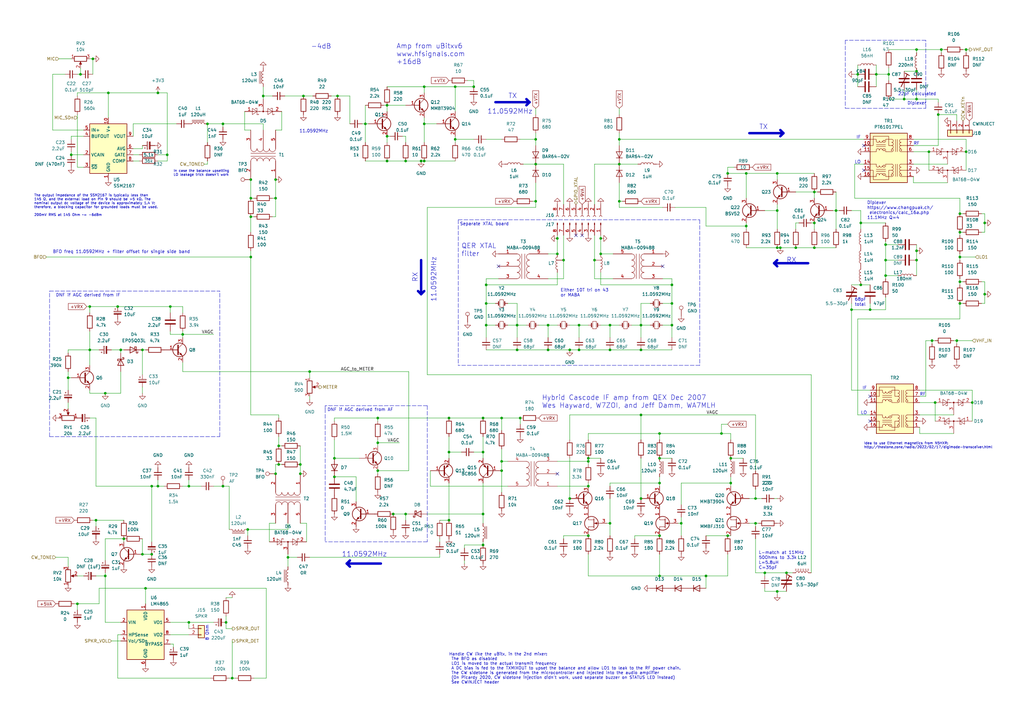
<source format=kicad_sch>
(kicad_sch (version 20211123) (generator eeschema)

  (uuid 0e592cd4-1950-44ef-9727-8e526f4c4e12)

  (paper "A3")

  (title_block
    (title "DART-70 TRX")
    (date "2023-03-06")
    (rev "0")
    (company "HB9EGM")
    (comment 1 "A 4m Band SSB/CW Transceiver")
    (comment 2 "Baseband")
  )

  

  (junction (at 186.69 57.15) (diameter 0) (color 0 0 0 0)
    (uuid 0079a40d-5664-4eb5-a4a1-35e197c9e578)
  )
  (junction (at 172.72 66.04) (diameter 0) (color 0 0 0 0)
    (uuid 027f19f3-a3d5-4daa-a96e-c5d9a71c1df8)
  )
  (junction (at 158.75 55.88) (diameter 0) (color 0 0 0 0)
    (uuid 02d8bab6-e62a-43d8-ae0a-47eb8be52f66)
  )
  (junction (at 58.42 143.51) (diameter 0) (color 0 0 0 0)
    (uuid 059f4155-bed3-4fb2-9baa-d569f31b7e5d)
  )
  (junction (at 320.04 101.6) (diameter 0) (color 0 0 0 0)
    (uuid 076a6a07-11fa-4191-a538-035a47a6b026)
  )
  (junction (at 199.39 124.46) (diameter 0) (color 0 0 0 0)
    (uuid 08e3fbcd-b24c-43b5-a2a5-3ed606084464)
  )
  (junction (at 375.92 20.32) (diameter 0) (color 0 0 0 0)
    (uuid 0e0e432b-78ea-4677-9624-cfa175a66f05)
  )
  (junction (at 262.89 143.51) (diameter 0) (color 0 0 0 0)
    (uuid 0e565d2a-00bb-4f20-8e2e-0f824e8d2762)
  )
  (junction (at 356.87 127) (diameter 0) (color 0 0 0 0)
    (uuid 0e79f50c-6749-4775-a4f9-1113788b2e6b)
  )
  (junction (at 241.3 189.23) (diameter 0) (color 0 0 0 0)
    (uuid 0f8367d0-e4ea-40ae-8dac-4e16d60a532f)
  )
  (junction (at 298.45 71.12) (diameter 0) (color 0 0 0 0)
    (uuid 1012b60c-7995-4cf6-a029-e4cda1fc26a4)
  )
  (junction (at 39.37 213.36) (diameter 0) (color 0 0 0 0)
    (uuid 1761eacf-5516-4f80-af22-ca5c2f3d7629)
  )
  (junction (at 173.99 50.8) (diameter 0) (color 0 0 0 0)
    (uuid 17a2367e-a2ff-4b57-83ee-9ab25894ec97)
  )
  (junction (at 48.26 125.73) (diameter 0) (color 0 0 0 0)
    (uuid 1843d2c0-629c-44e7-8460-03ced60a2111)
  )
  (junction (at 334.01 101.6) (diameter 0) (color 0 0 0 0)
    (uuid 1938c685-27ac-44a9-aab4-2c6ed50b8ec7)
  )
  (junction (at 295.91 177.8) (diameter 0) (color 0 0 0 0)
    (uuid 1a164a1f-45a6-43b7-9b64-349463c23d37)
  )
  (junction (at 166.37 210.82) (diameter 0) (color 0 0 0 0)
    (uuid 1c038126-c738-4381-b698-5c33c4341ae8)
  )
  (junction (at 64.77 38.1) (diameter 0) (color 0 0 0 0)
    (uuid 1d478e31-7d05-4026-94bc-716d6e6d4a57)
  )
  (junction (at 262.89 204.47) (diameter 0) (color 0 0 0 0)
    (uuid 1de51305-582b-4628-8092-75c3cf54eea0)
  )
  (junction (at 113.03 194.31) (diameter 0) (color 0 0 0 0)
    (uuid 1e5b8adc-bfe4-4d62-8fbb-b09ad198c5b6)
  )
  (junction (at 233.68 143.51) (diameter 0) (color 0 0 0 0)
    (uuid 210630ed-a720-499f-8ec9-3630627e1e05)
  )
  (junction (at 194.31 35.56) (diameter 0) (color 0 0 0 0)
    (uuid 222d63d3-68ff-4a04-b7c3-6efd5c4ab9e1)
  )
  (junction (at 381 62.23) (diameter 0) (color 0 0 0 0)
    (uuid 223b72c8-191b-4d26-8e73-2beb56cb0a2b)
  )
  (junction (at 298.45 219.71) (diameter 0) (color 0 0 0 0)
    (uuid 22f086a0-4e36-4832-8e1e-3bdb65f5c3f2)
  )
  (junction (at 212.09 143.51) (diameter 0) (color 0 0 0 0)
    (uuid 24fd922c-d488-4d61-b6dc-9d3e359ccc82)
  )
  (junction (at 299.72 187.96) (diameter 0) (color 0 0 0 0)
    (uuid 2583e10f-d237-4b6a-a35d-cff26f964496)
  )
  (junction (at 384.81 46.99) (diameter 0) (color 0 0 0 0)
    (uuid 2752e81c-fd78-4adc-8a3e-c2100d5bd7d7)
  )
  (junction (at 44.45 38.1) (diameter 0) (color 0 0 0 0)
    (uuid 2792ed93-89db-4e51-99ff-281323e776eb)
  )
  (junction (at 43.18 161.29) (diameter 0) (color 0 0 0 0)
    (uuid 2ac61f93-ebdb-4844-a9b1-76718596cd8a)
  )
  (junction (at 158.75 43.18) (diameter 0) (color 0 0 0 0)
    (uuid 2cd3680a-9e9d-4c97-9125-39c64a75e644)
  )
  (junction (at 270.51 198.12) (diameter 0) (color 0 0 0 0)
    (uuid 2d264e2f-7e31-4a17-86c5-13a68ab3ff7e)
  )
  (junction (at 363.22 106.68) (diameter 0) (color 0 0 0 0)
    (uuid 2fd14c3b-7e81-4330-b4b6-7d3b5d88fd5c)
  )
  (junction (at 393.7 115.57) (diameter 0) (color 0 0 0 0)
    (uuid 2fdc7923-56aa-4f0e-b559-e1b2e79c3c8f)
  )
  (junction (at 114.3 190.5) (diameter 0) (color 0 0 0 0)
    (uuid 30a877c2-a2d2-45b6-a8fa-8c4567fd5621)
  )
  (junction (at 382.27 139.7) (diameter 0) (color 0 0 0 0)
    (uuid 30dc039a-a902-4295-a2ea-7a00c6153126)
  )
  (junction (at 318.77 71.12) (diameter 0) (color 0 0 0 0)
    (uuid 315201dd-7991-408a-b65b-aa397fb29cdd)
  )
  (junction (at 38.1 24.13) (diameter 0) (color 0 0 0 0)
    (uuid 335263d3-7e35-4a9c-83c2-cd71d45f0688)
  )
  (junction (at 383.54 165.1) (diameter 0) (color 0 0 0 0)
    (uuid 3365c11b-b4a5-418d-85ee-41028926f18a)
  )
  (junction (at 351.79 30.48) (diameter 0) (color 0 0 0 0)
    (uuid 3b4c9779-bcad-4732-8142-8c3ab8d0419f)
  )
  (junction (at 173.99 35.56) (diameter 0) (color 0 0 0 0)
    (uuid 3bd6009a-f48b-4c66-92de-4d24549b4c7d)
  )
  (junction (at 161.29 210.82) (diameter 0) (color 0 0 0 0)
    (uuid 3bf0f30a-4c02-4011-9e56-5268cd9a18bc)
  )
  (junction (at 198.12 171.45) (diameter 0) (color 0 0 0 0)
    (uuid 3e9deac2-8e86-484c-b76a-a334d0715f66)
  )
  (junction (at 403.86 120.65) (diameter 0) (color 0 0 0 0)
    (uuid 3f6ba890-8616-4e68-b9d0-3d4eacc2e5c7)
  )
  (junction (at 254 82.55) (diameter 0) (color 0 0 0 0)
    (uuid 3fab5bb1-8815-4b0a-a5a7-85bc20dde8b0)
  )
  (junction (at 375.92 106.68) (diameter 0) (color 0 0 0 0)
    (uuid 3fcecab3-b47b-4a8c-9fb9-b323af94bc6b)
  )
  (junction (at 173.99 66.04) (diameter 0) (color 0 0 0 0)
    (uuid 43c88063-044a-47b7-b010-f3fb76152eec)
  )
  (junction (at 375.92 102.87) (diameter 0) (color 0 0 0 0)
    (uuid 446196fa-4af3-4fe1-9348-f02489c61276)
  )
  (junction (at 199.39 133.35) (diameter 0) (color 0 0 0 0)
    (uuid 460147d8-e4b6-4910-88e9-07d1ddd6c2df)
  )
  (junction (at 219.71 57.15) (diameter 0) (color 0 0 0 0)
    (uuid 485f8372-6f58-431e-9419-bfc90ad67732)
  )
  (junction (at 364.49 30.48) (diameter 0) (color 0 0 0 0)
    (uuid 4b3ba67b-606d-4750-abb9-54a01fd7bc1a)
  )
  (junction (at 212.09 133.35) (diameter 0) (color 0 0 0 0)
    (uuid 4b982f8b-ca29-4ebf-88fc-8a50b24e0802)
  )
  (junction (at 359.41 30.48) (diameter 0) (color 0 0 0 0)
    (uuid 4bcbab50-174d-4a4b-8660-c13a99f4d953)
  )
  (junction (at 246.38 104.14) (diameter 0) (color 0 0 0 0)
    (uuid 4d4b296b-354c-4f54-8b98-a9fec52fa110)
  )
  (junction (at 375.92 29.21) (diameter 0) (color 0 0 0 0)
    (uuid 4dbafe87-53e2-4b1b-b9d1-f029995a0c51)
  )
  (junction (at 91.44 50.8) (diameter 0) (color 0 0 0 0)
    (uuid 4f100da6-d6f9-4b77-90f1-fda986c2ed73)
  )
  (junction (at 113.03 81.28) (diameter 0) (color 0 0 0 0)
    (uuid 4f661a6f-98d8-4461-9401-113364b1e3a8)
  )
  (junction (at 184.15 213.36) (diameter 0) (color 0 0 0 0)
    (uuid 510aabe6-d19e-45d2-9ee4-74f6d2e6df89)
  )
  (junction (at 393.7 87.63) (diameter 0) (color 0 0 0 0)
    (uuid 56e3e10b-0165-4e27-9816-f40b5bb7e426)
  )
  (junction (at 275.59 133.35) (diameter 0) (color 0 0 0 0)
    (uuid 5c4341e3-29f4-4014-ad6b-9b4cb50156a6)
  )
  (junction (at 246.38 97.79) (diameter 0) (color 0 0 0 0)
    (uuid 5d58706a-c013-405c-9112-847886006796)
  )
  (junction (at 262.89 133.35) (diameter 0) (color 0 0 0 0)
    (uuid 5dbda758-e74b-4ccf-ad68-495d537d68ba)
  )
  (junction (at 275.59 124.46) (diameter 0) (color 0 0 0 0)
    (uuid 5fc44bfc-3a32-42f5-89ff-303d655beeb1)
  )
  (junction (at 198.12 223.52) (diameter 0) (color 0 0 0 0)
    (uuid 611c0051-64b3-4ff6-b51a-6ea814324060)
  )
  (junction (at 69.85 125.73) (diameter 0) (color 0 0 0 0)
    (uuid 62ed984b-c070-4de1-bd86-30aeb09fb9cd)
  )
  (junction (at 326.39 101.6) (diameter 0) (color 0 0 0 0)
    (uuid 6333a58f-0905-40bf-8806-a9405483f292)
  )
  (junction (at 138.43 39.37) (diameter 0) (color 0 0 0 0)
    (uuid 67d87795-1d4f-4f21-9afa-f7da30e8b867)
  )
  (junction (at 342.9 86.36) (diameter 0) (color 0 0 0 0)
    (uuid 6bdd7ca9-a767-4e33-bf37-498b319fce63)
  )
  (junction (at 102.87 88.9) (diameter 0) (color 0 0 0 0)
    (uuid 6e61ed05-4ce2-4d6e-b300-e8935e213361)
  )
  (junction (at 62.23 227.33) (diameter 0) (color 0 0 0 0)
    (uuid 707b1436-6255-4e74-ac3c-e365f258d4c7)
  )
  (junction (at 270.51 236.22) (diameter 0) (color 0 0 0 0)
    (uuid 711716b4-cb3c-40a8-915f-7a9cd1c1a345)
  )
  (junction (at 306.07 92.71) (diameter 0) (color 0 0 0 0)
    (uuid 71548298-edf3-48ed-bda9-4f920bb3ffda)
  )
  (junction (at 334.01 91.44) (diameter 0) (color 0 0 0 0)
    (uuid 7203aae8-7ab5-4754-be1f-92fd79bf7883)
  )
  (junction (at 228.6 104.14) (diameter 0) (color 0 0 0 0)
    (uuid 7292e3c7-8290-4fad-a17c-92a17c78ac6c)
  )
  (junction (at 127 152.4) (diameter 0) (color 0 0 0 0)
    (uuid 76f10a7e-8bc4-4240-8e23-1f6453db5228)
  )
  (junction (at 254 57.15) (diameter 0) (color 0 0 0 0)
    (uuid 782fd8fa-9fb0-44b6-bdfd-23367a676327)
  )
  (junction (at 299.72 198.12) (diameter 0) (color 0 0 0 0)
    (uuid 79aa4561-3272-488a-aacc-d24a783bf3fa)
  )
  (junction (at 393.7 105.41) (diameter 0) (color 0 0 0 0)
    (uuid 88658da7-484b-4fb1-bd87-cf0fe9fbbc98)
  )
  (junction (at 318.77 86.36) (diameter 0) (color 0 0 0 0)
    (uuid 897a30bd-82ab-4191-9e1c-88c95eb420c0)
  )
  (junction (at 205.74 171.45) (diameter 0) (color 0 0 0 0)
    (uuid 89924c9d-894c-4783-bb98-91fe4fffc426)
  )
  (junction (at 363.22 100.33) (diameter 0) (color 0 0 0 0)
    (uuid 89a0992d-b4b4-4a98-9018-0c3e3ac7c4ed)
  )
  (junction (at 403.86 91.44) (diameter 0) (color 0 0 0 0)
    (uuid 8a030abd-885a-4b15-b74a-b44dc2b6c7d7)
  )
  (junction (at 334.01 78.74) (diameter 0) (color 0 0 0 0)
    (uuid 8cad30c6-cd21-4b04-8aa8-5dfd9876668a)
  )
  (junction (at 370.84 40.64) (diameter 0) (color 0 0 0 0)
    (uuid 8d45f61e-b48a-4d9a-9705-81179d1cee29)
  )
  (junction (at 92.71 255.27) (diameter 0) (color 0 0 0 0)
    (uuid 8d612602-5cc8-45dd-a943-2a29be4b9ede)
  )
  (junction (at 102.87 81.28) (diameter 0) (color 0 0 0 0)
    (uuid 8edc9989-feda-4190-96e8-8ba0ca953891)
  )
  (junction (at 43.18 236.22) (diameter 0) (color 0 0 0 0)
    (uuid 8f57152a-781e-4e8e-b36c-e81f9a864e3b)
  )
  (junction (at 250.19 214.63) (diameter 0) (color 0 0 0 0)
    (uuid 91049a94-ccf8-463e-ab05-8a76a56be653)
  )
  (junction (at 309.88 214.63) (diameter 0) (color 0 0 0 0)
    (uuid 9134413a-edf3-40ce-9ec2-93a536746842)
  )
  (junction (at 318.77 242.57) (diameter 0) (color 0 0 0 0)
    (uuid 92b5166e-7b6a-4c31-94b5-b9d3f56f30b6)
  )
  (junction (at 205.74 189.23) (diameter 0) (color 0 0 0 0)
    (uuid 94a7e072-a853-4895-a974-0e863ac9edc2)
  )
  (junction (at 113.03 73.66) (diameter 0) (color 0 0 0 0)
    (uuid 9501ad82-8c5c-4bd6-a4e5-d738b7099508)
  )
  (junction (at 224.79 133.35) (diameter 0) (color 0 0 0 0)
    (uuid 9666bb6a-0c1d-4c92-be6d-94a465ec5c51)
  )
  (junction (at 64.77 199.39) (diameter 0) (color 0 0 0 0)
    (uuid 97e09b83-0572-4634-8ce7-0a86f1339fd8)
  )
  (junction (at 107.95 39.37) (diameter 0) (color 0 0 0 0)
    (uuid 983034d1-18ea-4dac-8753-9630cc5e0592)
  )
  (junction (at 386.08 20.32) (diameter 0) (color 0 0 0 0)
    (uuid 9873db56-1f37-4fe2-98ad-60e4c87af40c)
  )
  (junction (at 275.59 116.84) (diameter 0) (color 0 0 0 0)
    (uuid 9918dbb5-067b-4f72-a60f-e99dd790b7bf)
  )
  (junction (at 270.51 177.8) (diameter 0) (color 0 0 0 0)
    (uuid 994aaeb0-a945-4297-8f22-64b15ec2470b)
  )
  (junction (at 363.22 113.03) (diameter 0) (color 0 0 0 0)
    (uuid 9a438e91-12f1-4003-9587-51635f0ae695)
  )
  (junction (at 102.87 73.66) (diameter 0) (color 0 0 0 0)
    (uuid 9d0f1857-3b05-4e01-b461-94289f64ce4a)
  )
  (junction (at 123.19 194.31) (diameter 0) (color 0 0 0 0)
    (uuid 9d1032f1-04b7-4a45-a406-c5f306a5a4a3)
  )
  (junction (at 154.94 193.04) (diameter 0) (color 0 0 0 0)
    (uuid a31e2cb7-a272-450b-beca-1b3c3565662d)
  )
  (junction (at 393.7 95.25) (diameter 0) (color 0 0 0 0)
    (uuid a4615cb6-40e1-4e6b-aa44-484a7357f4a4)
  )
  (junction (at 198.12 185.42) (diameter 0) (color 0 0 0 0)
    (uuid a4ec02e9-e140-4dcc-958f-47f7624526cb)
  )
  (junction (at 36.83 125.73) (diameter 0) (color 0 0 0 0)
    (uuid a65cad0c-0ef1-4ea5-a965-4eae7ac1f6af)
  )
  (junction (at 231.14 106.68) (diameter 0) (color 0 0 0 0)
    (uuid a662cdd6-a57e-4364-b8b3-c025c426c5be)
  )
  (junction (at 31.75 247.65) (diameter 0) (color 0 0 0 0)
    (uuid a69f72c8-ce0f-4293-bf44-c6832495c836)
  )
  (junction (at 77.47 199.39) (diameter 0) (color 0 0 0 0)
    (uuid a7cad282-51c3-4f24-be5e-311c2c5e959b)
  )
  (junction (at 137.16 195.58) (diameter 0) (color 0 0 0 0)
    (uuid a8675aa5-24f4-4a65-9564-259800e24a61)
  )
  (junction (at 228.6 97.79) (diameter 0) (color 0 0 0 0)
    (uuid aa537d78-628c-458e-8a08-c2dae82aca82)
  )
  (junction (at 318.77 101.6) (diameter 0) (color 0 0 0 0)
    (uuid aad5fe2f-2964-4c2f-90b5-8ec10e02fb70)
  )
  (junction (at 158.75 66.04) (diameter 0) (color 0 0 0 0)
    (uuid ab5a5163-9113-4726-bc7a-7e25f5bcb137)
  )
  (junction (at 27.94 154.94) (diameter 0) (color 0 0 0 0)
    (uuid ac0e5582-f44c-4bc2-8ae7-2c3f1115fb00)
  )
  (junction (at 33.02 30.48) (diameter 0) (color 0 0 0 0)
    (uuid ad2d033c-4040-4813-b5da-82cf827f9d86)
  )
  (junction (at 237.49 133.35) (diameter 0) (color 0 0 0 0)
    (uuid ad485fa9-ca4c-467a-b6d9-302ae2ec4eaa)
  )
  (junction (at 91.44 199.39) (diameter 0) (color 0 0 0 0)
    (uuid ae4c18cc-90ed-4d31-b27a-ee22bf49a14e)
  )
  (junction (at 237.49 143.51) (diameter 0) (color 0 0 0 0)
    (uuid aed41e50-066a-4d5d-9b35-33c86a58f817)
  )
  (junction (at 309.88 204.47) (diameter 0) (color 0 0 0 0)
    (uuid b046cbfe-7bd9-4ac8-9c60-a84b90a07076)
  )
  (junction (at 198.12 210.82) (diameter 0) (color 0 0 0 0)
    (uuid b0bd599f-5320-4de4-9844-b1248597f45d)
  )
  (junction (at 59.69 241.3) (diameter 0) (color 0 0 0 0)
    (uuid b2c93e47-1b35-4bce-b217-c95c59af9fea)
  )
  (junction (at 102.87 105.41) (diameter 0) (color 0 0 0 0)
    (uuid b2fc5a98-a9c8-4ffb-bf05-9a95788a6f6e)
  )
  (junction (at 199.39 116.84) (diameter 0) (color 0 0 0 0)
    (uuid b3ba518e-938d-434b-8f72-5ecf3fd42313)
  )
  (junction (at 154.94 181.61) (diameter 0) (color 0 0 0 0)
    (uuid b52e2ac1-1ad4-4299-a3b7-5950aeda9b09)
  )
  (junction (at 219.71 67.31) (diameter 0) (color 0 0 0 0)
    (uuid b55942a4-2e67-4c91-a2e2-17d287af1b39)
  )
  (junction (at 58.42 227.33) (diameter 0) (color 0 0 0 0)
    (uuid b67c5032-3958-4f67-8cff-2bc749aa2559)
  )
  (junction (at 68.58 63.5) (diameter 0) (color 0 0 0 0)
    (uuid b6a3e709-356a-4a55-ac00-07ba73afac37)
  )
  (junction (at 313.69 234.95) (diameter 0) (color 0 0 0 0)
    (uuid b7b0b83f-2dad-41a6-8e3b-dd0617021680)
  )
  (junction (at 233.68 204.47) (diameter 0) (color 0 0 0 0)
    (uuid bb8fc86a-138e-468d-a6f3-4d425bea2798)
  )
  (junction (at 241.3 199.39) (diameter 0) (color 0 0 0 0)
    (uuid bcb7b50e-e30b-4748-9ad3-15fd19268fd8)
  )
  (junction (at 270.51 187.96) (diameter 0) (color 0 0 0 0)
    (uuid bdd38f4a-d1f5-49ea-86a0-7074369f7406)
  )
  (junction (at 101.6 217.17) (diameter 0) (color 0 0 0 0)
    (uuid bf1cf86a-4cef-455a-b67c-093dbb9970e5)
  )
  (junction (at 95.25 278.13) (diameter 0) (color 0 0 0 0)
    (uuid bff74fb8-2e53-4140-9d30-8bb9b336dda4)
  )
  (junction (at 50.8 220.98) (diameter 0) (color 0 0 0 0)
    (uuid c07980be-125c-4459-be81-f2b8371f5ae2)
  )
  (junction (at 205.74 193.04) (diameter 0) (color 0 0 0 0)
    (uuid c41a688f-80a3-4252-bb37-134631846db3)
  )
  (junction (at 250.19 143.51) (diameter 0) (color 0 0 0 0)
    (uuid c8816f2b-d043-4f02-8988-815e5e7435ee)
  )
  (junction (at 118.11 228.6) (diameter 0) (color 0 0 0 0)
    (uuid c8c4fbfe-4e9c-445d-882a-7f1bac80adc8)
  )
  (junction (at 250.19 133.35) (diameter 0) (color 0 0 0 0)
    (uuid ca2ddb3d-eff7-4148-ac57-d5c14ba8be31)
  )
  (junction (at 393.7 124.46) (diameter 0) (color 0 0 0 0)
    (uuid ca5a4e59-a0d9-41f3-a4f9-8e9003dc636c)
  )
  (junction (at 241.3 187.96) (diameter 0) (color 0 0 0 0)
    (uuid cf4a7a0f-4b62-4a14-8810-1f9be9bb8bca)
  )
  (junction (at 375.92 40.64) (diameter 0) (color 0 0 0 0)
    (uuid cfd26f0b-c959-40e8-8a7e-48204bb5c64f)
  )
  (junction (at 224.79 143.51) (diameter 0) (color 0 0 0 0)
    (uuid d3e01bdf-5c14-407f-80a1-1d934fc04fab)
  )
  (junction (at 149.86 50.8) (diameter 0) (color 0 0 0 0)
    (uuid d46cfddd-ae59-45a8-a05e-501b77d91351)
  )
  (junction (at 124.46 39.37) (diameter 0) (color 0 0 0 0)
    (uuid d47b6e93-2883-4b61-9107-b49e482eb126)
  )
  (junction (at 270.51 219.71) (diameter 0) (color 0 0 0 0)
    (uuid d5fa5081-044e-4305-8f5d-d2a56bf86d29)
  )
  (junction (at 77.47 255.27) (diameter 0) (color 0 0 0 0)
    (uuid d6fda246-3399-48cd-8a06-99bbdf8c75e4)
  )
  (junction (at 241.3 219.71) (diameter 0) (color 0 0 0 0)
    (uuid d703d54e-2823-4563-98c8-59d8b8b54fec)
  )
  (junction (at 166.37 66.04) (diameter 0) (color 0 0 0 0)
    (uuid d774c163-0e71-4e59-99e8-33a6c910c00d)
  )
  (junction (at 62.23 199.39) (diameter 0) (color 0 0 0 0)
    (uuid d7d4c350-2318-4a09-b921-0a78963f6666)
  )
  (junction (at 254 67.31) (diameter 0) (color 0 0 0 0)
    (uuid d964cb21-9482-4b14-9981-964030a476a5)
  )
  (junction (at 219.71 82.55) (diameter 0) (color 0 0 0 0)
    (uuid d96c7ae3-a14b-4da8-8c67-7918799c8e60)
  )
  (junction (at 396.24 62.23) (diameter 0) (color 0 0 0 0)
    (uuid daa9b5c5-21a2-4482-b81a-69bb9f749fb7)
  )
  (junction (at 186.69 35.56) (diameter 0) (color 0 0 0 0)
    (uuid dcdfeb28-863e-4a43-ad64-f6e45863b4d7)
  )
  (junction (at 213.36 171.45) (diameter 0) (color 0 0 0 0)
    (uuid ddaaa428-40ee-45ee-a789-6961e25a11bb)
  )
  (junction (at 392.43 139.7) (diameter 0) (color 0 0 0 0)
    (uuid de1eb50d-ef90-4d0d-a112-fc865a422b99)
  )
  (junction (at 289.56 236.22) (diameter 0) (color 0 0 0 0)
    (uuid df231e82-dc0c-49c1-a01b-d2be84591ff3)
  )
  (junction (at 322.58 234.95) (diameter 0) (color 0 0 0 0)
    (uuid e15f6002-d342-413a-a773-225c5f4cfb04)
  )
  (junction (at 396.24 20.32) (diameter 0) (color 0 0 0 0)
    (uuid e2d27bd1-d4c5-4321-a13b-160cb2d6015d)
  )
  (junction (at 49.53 143.51) (diameter 0) (color 0 0 0 0)
    (uuid e3903eeb-8b72-4b40-a088-cbbba270c01b)
  )
  (junction (at 184.15 171.45) (diameter 0) (color 0 0 0 0)
    (uuid e68e2295-e5ad-41e7-931d-7bf2c40e2981)
  )
  (junction (at 279.4 214.63) (diameter 0) (color 0 0 0 0)
    (uuid e736b041-4756-4726-980f-1b93cf00a2ad)
  )
  (junction (at 243.84 106.68) (diameter 0) (color 0 0 0 0)
    (uuid e7eee956-d2ad-4d33-9823-9759f9a8aab1)
  )
  (junction (at 74.93 137.16) (diameter 0) (color 0 0 0 0)
    (uuid e8558fbd-ea42-43a6-966a-7bd304bdfaad)
  )
  (junction (at 353.06 91.44) (diameter 0) (color 0 0 0 0)
    (uuid e8822f44-e7ca-47f3-a9bc-951244c889e7)
  )
  (junction (at 36.83 143.51) (diameter 0) (color 0 0 0 0)
    (uuid eac540a2-0555-4530-b9cb-9b037a65c0a7)
  )
  (junction (at 114.3 182.88) (diameter 0) (color 0 0 0 0)
    (uuid eb3c65f0-3082-4c13-98c1-cac8dc7eccac)
  )
  (junction (at 137.16 187.96) (diameter 0) (color 0 0 0 0)
    (uuid ecba702e-9fb5-4bd7-9b08-5197492ec54b)
  )
  (junction (at 349.25 127) (diameter 0) (color 0 0 0 0)
    (uuid ef4c798c-4721-49f1-8016-e362a6672715)
  )
  (junction (at 398.78 165.1) (diameter 0) (color 0 0 0 0)
    (uuid efac21da-3f93-4ae4-bab8-dbdec293c35e)
  )
  (junction (at 306.07 71.12) (diameter 0) (color 0 0 0 0)
    (uuid f02e930f-fe1a-4921-a9df-ee330f41d2bd)
  )
  (junction (at 154.94 171.45) (diameter 0) (color 0 0 0 0)
    (uuid f1a9e2a2-6347-4852-b335-cf8402c433a4)
  )
  (junction (at 353.06 116.84) (diameter 0) (color 0 0 0 0)
    (uuid f22dadd7-4a1b-4449-b981-cbbeced9fbc5)
  )
  (junction (at 85.09 50.8) (diameter 0) (color 0 0 0 0)
    (uuid f9362574-7797-4e6e-9765-e515232ee831)
  )
  (junction (at 184.15 185.42) (diameter 0) (color 0 0 0 0)
    (uuid fb5d1a59-18d1-49ea-b504-10e76cce8897)
  )
  (junction (at 123.19 190.5) (diameter 0) (color 0 0 0 0)
    (uuid fbe71f6a-7e5a-41f1-9e6e-b2e94d49a3bc)
  )
  (junction (at 29.21 63.5) (diameter 0) (color 0 0 0 0)
    (uuid fe2b05f5-675b-44d0-956c-c5829b7c692a)
  )
  (junction (at 262.89 170.18) (diameter 0) (color 0 0 0 0)
    (uuid fe2ce942-d4c5-4b3f-a09e-cda9276450f6)
  )

  (no_connect (at 356.87 172.72) (uuid 112718f1-f222-4c50-a4f0-a42dabd066b7))
  (no_connect (at 236.22 96.52) (uuid 2b99a1e6-5f67-436f-9ed5-38e8bfd4c142))
  (no_connect (at 354.33 69.85) (uuid 36cd8509-4b06-4001-aa2f-00b548cb4477))
  (no_connect (at 204.47 109.22) (uuid 4866aeb4-d287-46eb-8d15-c55d9c708490))
  (no_connect (at 354.33 59.69) (uuid 6226f2ac-b9bf-4733-a388-cd49aa6934ae))
  (no_connect (at 356.87 162.56) (uuid 69a2fbd1-0689-4722-b099-d7d4b3a2c805))
  (no_connect (at 271.78 109.22) (uuid 8a4c8ee9-530e-4698-8694-1dcab411e819))
  (no_connect (at 228.6 194.31) (uuid afdb3662-3196-4d9d-b0e8-7f416bb5cd4f))
  (no_connect (at 238.76 96.52) (uuid ee08a6c2-528a-478b-9089-08fe9a37ec7e))

  (wire (pts (xy 403.86 87.63) (xy 403.86 91.44))
    (stroke (width 0) (type default) (color 0 0 0 0))
    (uuid 006436ec-9ab2-4589-83be-4667e52db3bf)
  )
  (wire (pts (xy 205.74 171.45) (xy 205.74 176.53))
    (stroke (width 0) (type default) (color 0 0 0 0))
    (uuid 00c27d59-c437-4bee-9cde-cbd48a34e31b)
  )
  (wire (pts (xy 318.77 83.82) (xy 318.77 86.36))
    (stroke (width 0) (type default) (color 0 0 0 0))
    (uuid 00cf6024-5820-4cff-8981-5be2b438caf3)
  )
  (wire (pts (xy 87.63 199.39) (xy 91.44 199.39))
    (stroke (width 0) (type default) (color 0 0 0 0))
    (uuid 0113fe75-9787-49bd-865f-03242ce2a366)
  )
  (wire (pts (xy 219.71 57.15) (xy 219.71 54.61))
    (stroke (width 0) (type default) (color 0 0 0 0))
    (uuid 0125f083-fa2b-4a11-85be-7853b609b001)
  )
  (wire (pts (xy 359.41 30.48) (xy 359.41 35.56))
    (stroke (width 0) (type default) (color 0 0 0 0))
    (uuid 01c67c04-8ed4-481b-b382-ac69e0a55001)
  )
  (wire (pts (xy 68.58 66.04) (xy 64.77 66.04))
    (stroke (width 0) (type default) (color 0 0 0 0))
    (uuid 01caafb3-af8a-4642-870c-c290b286d040)
  )
  (wire (pts (xy 166.37 43.18) (xy 158.75 43.18))
    (stroke (width 0) (type default) (color 0 0 0 0))
    (uuid 01f0181c-303d-46c7-ba34-20eee1c48cd1)
  )
  (wire (pts (xy 173.99 50.8) (xy 179.07 50.8))
    (stroke (width 0) (type default) (color 0 0 0 0))
    (uuid 0222c276-ce98-44cf-9ac7-d0d00163570d)
  )
  (wire (pts (xy 190.5 231.14) (xy 190.5 229.87))
    (stroke (width 0) (type default) (color 0 0 0 0))
    (uuid 027fc545-8a42-4646-8424-467711418116)
  )
  (wire (pts (xy 114.3 170.18) (xy 114.3 171.45))
    (stroke (width 0) (type default) (color 0 0 0 0))
    (uuid 0332aa97-cadc-4e7a-b8af-ca59e255597d)
  )
  (wire (pts (xy 173.99 66.04) (xy 186.69 66.04))
    (stroke (width 0) (type default) (color 0 0 0 0))
    (uuid 035d062f-f875-4853-8ca1-a348c3967bb1)
  )
  (wire (pts (xy 113.03 214.63) (xy 110.49 214.63))
    (stroke (width 0) (type default) (color 0 0 0 0))
    (uuid 03b7756f-0559-43eb-b24d-3aefa5a15899)
  )
  (wire (pts (xy 394.97 20.32) (xy 396.24 20.32))
    (stroke (width 0) (type default) (color 0 0 0 0))
    (uuid 03ce6745-00b2-4d2b-bad7-eb9745172859)
  )
  (wire (pts (xy 166.37 210.82) (xy 161.29 210.82))
    (stroke (width 0) (type default) (color 0 0 0 0))
    (uuid 03dd13e2-d89f-47ed-8a2f-ce75e7a97ef3)
  )
  (wire (pts (xy 262.89 133.35) (xy 266.7 133.35))
    (stroke (width 0) (type default) (color 0 0 0 0))
    (uuid 042fe62b-53aa-4e86-97d0-9ccb1e16a895)
  )
  (wire (pts (xy 379.73 139.7) (xy 382.27 139.7))
    (stroke (width 0) (type default) (color 0 0 0 0))
    (uuid 0437af13-5b81-4e18-82d5-0ec28c5d895f)
  )
  (wire (pts (xy 374.65 74.93) (xy 374.65 72.39))
    (stroke (width 0) (type default) (color 0 0 0 0))
    (uuid 047a18ce-9e77-4d7d-a9ce-60b21f671177)
  )
  (wire (pts (xy 31.75 68.58) (xy 34.29 68.58))
    (stroke (width 0) (type default) (color 0 0 0 0))
    (uuid 04868f85-bc69-4fa9-8e62-d78ffe5ae58e)
  )
  (wire (pts (xy 396.24 20.32) (xy 397.51 20.32))
    (stroke (width 0) (type default) (color 0 0 0 0))
    (uuid 04ef368b-f4e9-48da-956c-ee93cb3d01e8)
  )
  (wire (pts (xy 363.22 106.68) (xy 363.22 113.03))
    (stroke (width 0) (type default) (color 0 0 0 0))
    (uuid 05ddadd4-94df-4d6a-b500-ff320675ba33)
  )
  (wire (pts (xy 241.3 227.33) (xy 241.3 236.22))
    (stroke (width 0) (type default) (color 0 0 0 0))
    (uuid 066671d9-1fdf-4a05-a7e7-cadb7d44b89f)
  )
  (wire (pts (xy 356.87 124.46) (xy 356.87 127))
    (stroke (width 0) (type default) (color 0 0 0 0))
    (uuid 06fedb5b-65dd-4aa0-9e2d-b04e5a505f26)
  )
  (wire (pts (xy 208.28 124.46) (xy 212.09 124.46))
    (stroke (width 0) (type default) (color 0 0 0 0))
    (uuid 082d865b-0a4e-49c3-b18b-be47fd4a465a)
  )
  (wire (pts (xy 382.27 139.7) (xy 383.54 139.7))
    (stroke (width 0) (type default) (color 0 0 0 0))
    (uuid 0830aef1-c986-42f8-ba6a-a3fcacbf0210)
  )
  (wire (pts (xy 309.88 234.95) (xy 309.88 220.98))
    (stroke (width 0) (type default) (color 0 0 0 0))
    (uuid 08c8f1b4-737d-438b-967e-a77cce3833c0)
  )
  (wire (pts (xy 58.42 143.51) (xy 58.42 153.67))
    (stroke (width 0) (type default) (color 0 0 0 0))
    (uuid 09321bf4-1ea1-49b5-b1f9-ac29d6606a74)
  )
  (wire (pts (xy 173.99 35.56) (xy 186.69 35.56))
    (stroke (width 0) (type default) (color 0 0 0 0))
    (uuid 0943dfff-08fd-4176-a97a-8e271f47b148)
  )
  (wire (pts (xy 393.7 105.41) (xy 393.7 104.14))
    (stroke (width 0) (type default) (color 0 0 0 0))
    (uuid 09aa0d32-f4dc-42fd-a756-e1229737bd34)
  )
  (wire (pts (xy 289.56 236.22) (xy 289.56 241.3))
    (stroke (width 0) (type default) (color 0 0 0 0))
    (uuid 0a0c053c-54e0-4f14-b909-036d0c5fbf08)
  )
  (wire (pts (xy 158.75 43.18) (xy 158.75 45.72))
    (stroke (width 0) (type default) (color 0 0 0 0))
    (uuid 0a80373e-7854-41a7-8441-30fd81967887)
  )
  (wire (pts (xy 254 74.93) (xy 254 82.55))
    (stroke (width 0) (type default) (color 0 0 0 0))
    (uuid 0a9f993d-d83a-4cdc-bae3-0f40dd545220)
  )
  (wire (pts (xy 279.4 198.12) (xy 299.72 198.12))
    (stroke (width 0) (type default) (color 0 0 0 0))
    (uuid 0b5e9f79-a50b-4078-b2be-eff1d45ab7fc)
  )
  (wire (pts (xy 309.88 234.95) (xy 313.69 234.95))
    (stroke (width 0) (type default) (color 0 0 0 0))
    (uuid 0dc79dd3-c584-4173-b914-e6a8bcd18e45)
  )
  (wire (pts (xy 36.83 135.89) (xy 36.83 143.51))
    (stroke (width 0) (type default) (color 0 0 0 0))
    (uuid 0e1c6bbc-4cc4-4ce9-b48a-8292bb286da8)
  )
  (wire (pts (xy 246.38 97.79) (xy 246.38 96.52))
    (stroke (width 0) (type default) (color 0 0 0 0))
    (uuid 0f4b5c7f-79aa-4c46-b222-58e7e288b195)
  )
  (wire (pts (xy 33.02 27.94) (xy 33.02 30.48))
    (stroke (width 0) (type default) (color 0 0 0 0))
    (uuid 100847e3-630c-4c13-ba45-180e92370805)
  )
  (wire (pts (xy 318.77 71.12) (xy 318.77 73.66))
    (stroke (width 0) (type default) (color 0 0 0 0))
    (uuid 10ef0d40-b427-4fac-bff7-e8ca2d279fd2)
  )
  (wire (pts (xy 166.37 66.04) (xy 172.72 66.04))
    (stroke (width 0) (type default) (color 0 0 0 0))
    (uuid 11ac1ac8-72b6-43ed-915e-50f87561daf8)
  )
  (wire (pts (xy 107.95 50.8) (xy 91.44 50.8))
    (stroke (width 0) (type default) (color 0 0 0 0))
    (uuid 12340fb8-cd9c-4069-beec-13d4d2ea0d99)
  )
  (polyline (pts (xy 307.34 54.61) (xy 321.31 54.61))
    (stroke (width 1) (type solid) (color 0 0 0 0))
    (uuid 1281d63b-9c8c-4454-9b2d-0bbbc27e2ae7)
  )

  (wire (pts (xy 44.45 38.1) (xy 64.77 38.1))
    (stroke (width 0) (type default) (color 0 0 0 0))
    (uuid 12e17856-cd8c-41a8-bb2e-9faca10b0973)
  )
  (wire (pts (xy 393.7 130.81) (xy 351.79 130.81))
    (stroke (width 0) (type default) (color 0 0 0 0))
    (uuid 15352954-5a6d-4167-94e3-a8475b279783)
  )
  (wire (pts (xy 43.18 234.95) (xy 43.18 236.22))
    (stroke (width 0) (type default) (color 0 0 0 0))
    (uuid 15e1025c-faeb-49ff-aaa3-6ba9acaabd98)
  )
  (wire (pts (xy 137.16 172.72) (xy 137.16 171.45))
    (stroke (width 0) (type default) (color 0 0 0 0))
    (uuid 1606d99f-0508-4f2e-b63b-47e62c4312ee)
  )
  (wire (pts (xy 386.08 21.59) (xy 386.08 20.32))
    (stroke (width 0) (type default) (color 0 0 0 0))
    (uuid 16070e3c-2cc9-4d09-bef3-8ceccb63947e)
  )
  (wire (pts (xy 36.83 125.73) (xy 36.83 128.27))
    (stroke (width 0) (type default) (color 0 0 0 0))
    (uuid 16aa2316-1a67-45e5-b6c4-e59dd85814f4)
  )
  (wire (pts (xy 334.01 71.12) (xy 318.77 71.12))
    (stroke (width 0) (type default) (color 0 0 0 0))
    (uuid 16b8184d-4364-4664-b33c-1e355c0b0e6c)
  )
  (wire (pts (xy 298.45 68.58) (xy 298.45 71.12))
    (stroke (width 0) (type default) (color 0 0 0 0))
    (uuid 171c47c2-e63c-45a5-b02c-078b78214786)
  )
  (wire (pts (xy 115.57 182.88) (xy 114.3 182.88))
    (stroke (width 0) (type default) (color 0 0 0 0))
    (uuid 17c93850-5ebd-4f0d-b8eb-52bf14b01af4)
  )
  (wire (pts (xy 186.69 35.56) (xy 194.31 35.56))
    (stroke (width 0) (type default) (color 0 0 0 0))
    (uuid 18723066-b973-43bf-8bbf-4c210121a928)
  )
  (wire (pts (xy 334.01 78.74) (xy 334.01 81.28))
    (stroke (width 0) (type default) (color 0 0 0 0))
    (uuid 189610aa-2967-4418-8b8b-b36bdf6bc60b)
  )
  (wire (pts (xy 375.92 100.33) (xy 375.92 102.87))
    (stroke (width 0) (type default) (color 0 0 0 0))
    (uuid 19028db1-670b-4d84-9d20-5aa2f8585dd7)
  )
  (wire (pts (xy 342.9 101.6) (xy 334.01 101.6))
    (stroke (width 0) (type default) (color 0 0 0 0))
    (uuid 1966977a-39df-4890-91de-0e8ae767b0a0)
  )
  (wire (pts (xy 186.69 57.15) (xy 194.31 57.15))
    (stroke (width 0) (type default) (color 0 0 0 0))
    (uuid 19a56892-f9d5-4508-ab75-59721c555275)
  )
  (wire (pts (xy 313.69 242.57) (xy 313.69 241.3))
    (stroke (width 0) (type default) (color 0 0 0 0))
    (uuid 1a255025-6cad-4a3e-8763-c9c3ba585d53)
  )
  (wire (pts (xy 326.39 101.6) (xy 320.04 101.6))
    (stroke (width 0) (type default) (color 0 0 0 0))
    (uuid 1a86e987-6d08-4b7a-b2e3-f89b9863e895)
  )
  (wire (pts (xy 146.05 195.58) (xy 146.05 205.74))
    (stroke (width 0) (type default) (color 0 0 0 0))
    (uuid 1a9613ab-fb34-4a02-8365-aadaa421dfaf)
  )
  (wire (pts (xy 27.94 143.51) (xy 36.83 143.51))
    (stroke (width 0) (type default) (color 0 0 0 0))
    (uuid 1a9f0d73-6986-450b-8da5-dca8d718cd0d)
  )
  (wire (pts (xy 375.92 20.32) (xy 386.08 20.32))
    (stroke (width 0) (type default) (color 0 0 0 0))
    (uuid 1b89864d-e042-4259-99ab-c96136a33a11)
  )
  (wire (pts (xy 350.52 67.31) (xy 350.52 81.28))
    (stroke (width 0) (type default) (color 0 0 0 0))
    (uuid 1c0378fb-8fa4-4942-8a64-86b9252ef636)
  )
  (wire (pts (xy 254 82.55) (xy 254 85.09))
    (stroke (width 0) (type default) (color 0 0 0 0))
    (uuid 1c3c3108-d49a-4730-84a5-d29eb03028f4)
  )
  (wire (pts (xy 262.89 143.51) (xy 275.59 143.51))
    (stroke (width 0) (type default) (color 0 0 0 0))
    (uuid 1d8cbdb8-b0d5-4f06-84c8-05770b7e9555)
  )
  (wire (pts (xy 219.71 59.69) (xy 219.71 57.15))
    (stroke (width 0) (type default) (color 0 0 0 0))
    (uuid 1dbe419a-f71e-4ab5-9a49-e58e75747fdf)
  )
  (wire (pts (xy 118.11 217.17) (xy 101.6 217.17))
    (stroke (width 0) (type default) (color 0 0 0 0))
    (uuid 1dc9a7fa-415c-4243-97fb-46b0d627e89d)
  )
  (wire (pts (xy 137.16 171.45) (xy 154.94 171.45))
    (stroke (width 0) (type default) (color 0 0 0 0))
    (uuid 1ddbded3-4d65-49ba-8123-18c72e4b7f4a)
  )
  (wire (pts (xy 363.22 113.03) (xy 363.22 114.3))
    (stroke (width 0) (type default) (color 0 0 0 0))
    (uuid 1e2c0cdd-08a6-4586-b370-3ffc74205845)
  )
  (wire (pts (xy 243.84 106.68) (xy 243.84 114.3))
    (stroke (width 0) (type default) (color 0 0 0 0))
    (uuid 1e9638be-d271-44b9-9bc3-e37783c8782f)
  )
  (wire (pts (xy 158.75 66.04) (xy 166.37 66.04))
    (stroke (width 0) (type default) (color 0 0 0 0))
    (uuid 1f1052c4-d15a-450f-8bb0-3cc3f3592607)
  )
  (wire (pts (xy 250.19 204.47) (xy 250.19 214.63))
    (stroke (width 0) (type default) (color 0 0 0 0))
    (uuid 1f1c22b1-15a3-4e28-88a5-25ba2fbef197)
  )
  (wire (pts (xy 212.09 124.46) (xy 212.09 133.35))
    (stroke (width 0) (type default) (color 0 0 0 0))
    (uuid 1fd73780-e017-4e2c-9674-56cb6f09dc2d)
  )
  (wire (pts (xy 246.38 116.84) (xy 275.59 116.84))
    (stroke (width 0) (type default) (color 0 0 0 0))
    (uuid 2163a967-be2d-4344-a94d-f1b8da3dc3a3)
  )
  (wire (pts (xy 396.24 57.15) (xy 396.24 62.23))
    (stroke (width 0) (type default) (color 0 0 0 0))
    (uuid 2171e051-2b1c-4df3-9987-bb0d428437aa)
  )
  (wire (pts (xy 69.85 135.89) (xy 69.85 137.16))
    (stroke (width 0) (type default) (color 0 0 0 0))
    (uuid 22591446-6d82-47ac-b525-9e9deb496c8c)
  )
  (wire (pts (xy 137.16 180.34) (xy 137.16 187.96))
    (stroke (width 0) (type default) (color 0 0 0 0))
    (uuid 231e5ae4-1791-4485-9a32-a64456488009)
  )
  (wire (pts (xy 111.76 88.9) (xy 113.03 88.9))
    (stroke (width 0) (type default) (color 0 0 0 0))
    (uuid 233c88a4-9a5e-42af-96fb-5079a0c4ddfe)
  )
  (wire (pts (xy 241.3 189.23) (xy 241.3 187.96))
    (stroke (width 0) (type default) (color 0 0 0 0))
    (uuid 25347fbb-8744-4d15-9949-de9866144f81)
  )
  (wire (pts (xy 270.51 177.8) (xy 241.3 177.8))
    (stroke (width 0) (type default) (color 0 0 0 0))
    (uuid 2556849b-244d-40cf-86de-101d00a3273d)
  )
  (wire (pts (xy 275.59 187.96) (xy 270.51 187.96))
    (stroke (width 0) (type default) (color 0 0 0 0))
    (uuid 25b40549-5004-4a9f-8c83-45a4561f2c44)
  )
  (wire (pts (xy 39.37 213.36) (xy 50.8 213.36))
    (stroke (width 0) (type default) (color 0 0 0 0))
    (uuid 268a679e-e023-47f5-8a31-2516b1c23479)
  )
  (wire (pts (xy 295.91 173.99) (xy 295.91 177.8))
    (stroke (width 0) (type default) (color 0 0 0 0))
    (uuid 27937394-9bb7-48f6-a154-02c32eca1c67)
  )
  (wire (pts (xy 342.9 78.74) (xy 342.9 86.36))
    (stroke (width 0) (type default) (color 0 0 0 0))
    (uuid 2812f45e-ebd6-42bd-b5eb-ed95214eca8f)
  )
  (wire (pts (xy 198.12 198.12) (xy 198.12 210.82))
    (stroke (width 0) (type default) (color 0 0 0 0))
    (uuid 287f053d-d517-4f77-a833-8d255e7a9f3f)
  )
  (wire (pts (xy 31.75 247.65) (xy 40.64 247.65))
    (stroke (width 0) (type default) (color 0 0 0 0))
    (uuid 29b8b23a-e7ee-4dc9-92e7-c3cadb119379)
  )
  (wire (pts (xy 335.28 78.74) (xy 334.01 78.74))
    (stroke (width 0) (type default) (color 0 0 0 0))
    (uuid 2a3e52a2-02c1-4de1-bbee-f4f094c5cf5c)
  )
  (wire (pts (xy 205.74 189.23) (xy 205.74 193.04))
    (stroke (width 0) (type default) (color 0 0 0 0))
    (uuid 2a63233b-a7a2-4c59-82c8-58a12efecada)
  )
  (wire (pts (xy 250.19 214.63) (xy 248.92 214.63))
    (stroke (width 0) (type default) (color 0 0 0 0))
    (uuid 2afd810b-02fc-4ddc-b23c-b8689ad0ab1d)
  )
  (wire (pts (xy 34.29 55.88) (xy 29.21 55.88))
    (stroke (width 0) (type default) (color 0 0 0 0))
    (uuid 2b878984-ad62-40d5-87be-d30f465ae2b3)
  )
  (wire (pts (xy 74.93 152.4) (xy 74.93 148.59))
    (stroke (width 0) (type default) (color 0 0 0 0))
    (uuid 2b894b8a-c098-4d9d-be0f-2ef41dea274e)
  )
  (wire (pts (xy 266.7 124.46) (xy 262.89 124.46))
    (stroke (width 0) (type default) (color 0 0 0 0))
    (uuid 2ba6a5e2-be81-4fda-a558-a7c1489b8584)
  )
  (wire (pts (xy 228.6 97.79) (xy 228.6 104.14))
    (stroke (width 0) (type default) (color 0 0 0 0))
    (uuid 2bb91631-ebd1-41f4-8f02-7d20cea9a1ea)
  )
  (wire (pts (xy 118.11 228.6) (xy 118.11 227.33))
    (stroke (width 0) (type default) (color 0 0 0 0))
    (uuid 2bc9d2d9-93de-4c12-bc6b-86b8c29f0aa6)
  )
  (wire (pts (xy 199.39 114.3) (xy 199.39 116.84))
    (stroke (width 0) (type default) (color 0 0 0 0))
    (uuid 2d4b6a63-930e-4ce6-8f19-abaabb68aafd)
  )
  (wire (pts (xy 349.25 160.02) (xy 349.25 127))
    (stroke (width 0) (type default) (color 0 0 0 0))
    (uuid 2dcb67f4-c872-4b2a-956a-523605159edb)
  )
  (wire (pts (xy 128.27 39.37) (xy 124.46 39.37))
    (stroke (width 0) (type default) (color 0 0 0 0))
    (uuid 2e63a8de-ed51-4777-8337-472b5b4f8240)
  )
  (wire (pts (xy 275.59 138.43) (xy 275.59 133.35))
    (stroke (width 0) (type default) (color 0 0 0 0))
    (uuid 2e6b1f7e-e4c3-43a1-ae90-c85aa40696d5)
  )
  (wire (pts (xy 259.08 133.35) (xy 262.89 133.35))
    (stroke (width 0) (type default) (color 0 0 0 0))
    (uuid 2ec9be40-1d5a-4e2d-8a4d-4be2d3c079d5)
  )
  (wire (pts (xy 353.06 86.36) (xy 353.06 91.44))
    (stroke (width 0) (type default) (color 0 0 0 0))
    (uuid 2f3f2305-6e67-4103-9727-21f03965c347)
  )
  (wire (pts (xy 214.63 67.31) (xy 219.71 67.31))
    (stroke (width 0) (type default) (color 0 0 0 0))
    (uuid 3026ca22-9079-411a-bec8-e95daa0137af)
  )
  (wire (pts (xy 125.73 214.63) (xy 123.19 214.63))
    (stroke (width 0) (type default) (color 0 0 0 0))
    (uuid 307b7b86-dfcd-43e5-adae-a42ec65f9c2c)
  )
  (wire (pts (xy 241.3 190.5) (xy 241.3 189.23))
    (stroke (width 0) (type default) (color 0 0 0 0))
    (uuid 31405bcc-b3b5-4799-beda-e88762b1ff65)
  )
  (wire (pts (xy 241.3 236.22) (xy 270.51 236.22))
    (stroke (width 0) (type default) (color 0 0 0 0))
    (uuid 314a73cd-4340-4691-9097-14e559730536)
  )
  (wire (pts (xy 167.64 152.4) (xy 167.64 193.04))
    (stroke (width 0) (type default) (color 0 0 0 0))
    (uuid 321ed9e4-ae5b-472e-9566-a066b96db8bf)
  )
  (wire (pts (xy 233.68 170.18) (xy 233.68 180.34))
    (stroke (width 0) (type default) (color 0 0 0 0))
    (uuid 3276e29e-f986-4a1b-866c-9d3cbd2e5d3d)
  )
  (wire (pts (xy 186.69 45.72) (xy 186.69 35.56))
    (stroke (width 0) (type default) (color 0 0 0 0))
    (uuid 32d50c10-a20b-414f-afaf-7821cceaf33a)
  )
  (wire (pts (xy 26.67 30.48) (xy 21.59 30.48))
    (stroke (width 0) (type default) (color 0 0 0 0))
    (uuid 33b48673-c959-4510-b6fa-fd3f7bdb00fd)
  )
  (wire (pts (xy 64.77 63.5) (xy 68.58 63.5))
    (stroke (width 0) (type default) (color 0 0 0 0))
    (uuid 33b6dbe8-d555-4f35-a63c-27c75fa09ca7)
  )
  (wire (pts (xy 118.11 214.63) (xy 118.11 217.17))
    (stroke (width 0) (type default) (color 0 0 0 0))
    (uuid 33b8f01e-acf2-48c5-adde-e838f3dfad6d)
  )
  (wire (pts (xy 172.72 66.04) (xy 173.99 66.04))
    (stroke (width 0) (type default) (color 0 0 0 0))
    (uuid 341e0f4b-92fa-44cf-9e72-3a5fc025563e)
  )
  (wire (pts (xy 377.19 177.8) (xy 377.19 175.26))
    (stroke (width 0) (type default) (color 0 0 0 0))
    (uuid 34971b89-a71c-4b1e-9611-7fffde0ef9c4)
  )
  (wire (pts (xy 212.09 138.43) (xy 212.09 133.35))
    (stroke (width 0) (type default) (color 0 0 0 0))
    (uuid 35343f32-90ff-4059-a108-111fb444c3d2)
  )
  (wire (pts (xy 394.97 124.46) (xy 393.7 124.46))
    (stroke (width 0) (type default) (color 0 0 0 0))
    (uuid 3586fadc-dfb0-445d-9e9e-609ee49ba8a3)
  )
  (wire (pts (xy 27.94 160.02) (xy 27.94 154.94))
    (stroke (width 0) (type default) (color 0 0 0 0))
    (uuid 35e60fa0-27cf-4d0e-8bab-b364400c08c0)
  )
  (wire (pts (xy 123.19 194.31) (xy 123.19 190.5))
    (stroke (width 0) (type default) (color 0 0 0 0))
    (uuid 362da67e-2cbf-4626-b5c1-6c5ba9fb75f9)
  )
  (wire (pts (xy 208.28 189.23) (xy 205.74 189.23))
    (stroke (width 0) (type default) (color 0 0 0 0))
    (uuid 364f7692-8fd2-4996-8f00-fec21fff2827)
  )
  (wire (pts (xy 275.59 133.35) (xy 271.78 133.35))
    (stroke (width 0) (type default) (color 0 0 0 0))
    (uuid 36696ac6-2db1-4b52-ae3d-9f3c89d2042f)
  )
  (wire (pts (xy 332.74 153.67) (xy 175.26 153.67))
    (stroke (width 0) (type default) (color 0 0 0 0))
    (uuid 369c2242-d22f-4370-b888-6adc5e444aec)
  )
  (wire (pts (xy 43.18 220.98) (xy 50.8 220.98))
    (stroke (width 0) (type default) (color 0 0 0 0))
    (uuid 37776474-3e55-452d-b61d-56f6c437c0b7)
  )
  (wire (pts (xy 368.3 113.03) (xy 363.22 113.03))
    (stroke (width 0) (type default) (color 0 0 0 0))
    (uuid 37c4ff09-2526-492b-a9f8-7ea7ff67af23)
  )
  (wire (pts (xy 104.14 278.13) (xy 109.22 278.13))
    (stroke (width 0) (type default) (color 0 0 0 0))
    (uuid 37f9ff9e-4ac0-495a-8616-d843451c132e)
  )
  (polyline (pts (xy 20.32 179.07) (xy 20.32 119.38))
    (stroke (width 0) (type default) (color 0 0 0 0))
    (uuid 38a62d51-e863-4b0e-8f07-7e1cafdb4037)
  )

  (wire (pts (xy 49.53 260.35) (xy 48.26 260.35))
    (stroke (width 0) (type default) (color 0 0 0 0))
    (uuid 38d04039-5d82-48aa-b8b9-bc35b46616f0)
  )
  (wire (pts (xy 198.12 210.82) (xy 175.26 210.82))
    (stroke (width 0) (type default) (color 0 0 0 0))
    (uuid 393131ec-a9a2-4b13-8fa7-5bb85d9e7338)
  )
  (wire (pts (xy 199.39 116.84) (xy 199.39 124.46))
    (stroke (width 0) (type default) (color 0 0 0 0))
    (uuid 3a274653-eff3-4ffe-9be8-2bfd0950af0a)
  )
  (polyline (pts (xy 172.72 120.65) (xy 173.99 119.38))
    (stroke (width 1) (type solid) (color 0 0 0 0))
    (uuid 3a303245-2826-476f-837a-6c776ac8eec5)
  )
  (polyline (pts (xy 317.5 107.95) (xy 318.77 106.68))
    (stroke (width 1) (type default) (color 0 0 0 0))
    (uuid 3ae1ad84-1d31-4d2b-b989-ca9af6058aea)
  )

  (wire (pts (xy 384.81 46.99) (xy 384.81 59.69))
    (stroke (width 0) (type default) (color 0 0 0 0))
    (uuid 3b27dc08-2c00-4501-9b7e-e1fc9c4c1450)
  )
  (wire (pts (xy 237.49 133.35) (xy 241.3 133.35))
    (stroke (width 0) (type default) (color 0 0 0 0))
    (uuid 3c11bba2-1b60-442e-87b9-29fc89c74881)
  )
  (wire (pts (xy 318.77 204.47) (xy 317.5 204.47))
    (stroke (width 0) (type default) (color 0 0 0 0))
    (uuid 3ccaef01-74e6-4115-959d-fbd093047018)
  )
  (wire (pts (xy 243.84 114.3) (xy 251.46 114.3))
    (stroke (width 0) (type default) (color 0 0 0 0))
    (uuid 3ce385e6-83c9-457f-9081-a08d654779c4)
  )
  (wire (pts (xy 85.09 50.8) (xy 91.44 50.8))
    (stroke (width 0) (type default) (color 0 0 0 0))
    (uuid 3d0f8577-6ffa-41a9-8b25-878e6e828efa)
  )
  (wire (pts (xy 213.36 173.99) (xy 213.36 171.45))
    (stroke (width 0) (type default) (color 0 0 0 0))
    (uuid 3d84257e-dfac-4e83-ad7d-92150f9df1d8)
  )
  (wire (pts (xy 344.17 86.36) (xy 342.9 86.36))
    (stroke (width 0) (type default) (color 0 0 0 0))
    (uuid 3d93a3e9-87ac-4a3b-9b9e-a240dd18c534)
  )
  (wire (pts (xy 39.37 199.39) (xy 62.23 199.39))
    (stroke (width 0) (type default) (color 0 0 0 0))
    (uuid 3dac0765-17a2-43b9-bab1-cc5f50ce960f)
  )
  (wire (pts (xy 158.75 55.88) (xy 158.75 58.42))
    (stroke (width 0) (type default) (color 0 0 0 0))
    (uuid 3e47bf3b-545f-417b-95f8-0ce48a2e696b)
  )
  (wire (pts (xy 45.72 143.51) (xy 49.53 143.51))
    (stroke (width 0) (type default) (color 0 0 0 0))
    (uuid 3f206607-332e-4c96-8963-5302804f476f)
  )
  (wire (pts (xy 189.23 185.42) (xy 184.15 185.42))
    (stroke (width 0) (type default) (color 0 0 0 0))
    (uuid 3f2a51a5-354e-4662-86fe-5462c2bd8d58)
  )
  (wire (pts (xy 403.86 115.57) (xy 403.86 120.65))
    (stroke (width 0) (type default) (color 0 0 0 0))
    (uuid 3f89e29b-9d8f-481a-a517-85ca9e00b6c5)
  )
  (wire (pts (xy 31.75 46.99) (xy 31.75 68.58))
    (stroke (width 0) (type default) (color 0 0 0 0))
    (uuid 4102ae0e-3d75-40cd-957b-0b4db5d3f5ee)
  )
  (wire (pts (xy 127 163.83) (xy 127 162.56))
    (stroke (width 0) (type default) (color 0 0 0 0))
    (uuid 4116bfc2-eab3-4c29-a983-44eacd9f10f5)
  )
  (polyline (pts (xy 172.72 120.65) (xy 171.45 119.38))
    (stroke (width 1) (type default) (color 0 0 0 0))
    (uuid 4163deab-1cd6-41dd-a3a6-4003a316c140)
  )

  (wire (pts (xy 36.83 161.29) (xy 43.18 161.29))
    (stroke (width 0) (type default) (color 0 0 0 0))
    (uuid 4208e41d-1d0a-40b9-bf94-fcbeb6562f9d)
  )
  (wire (pts (xy 241.3 198.12) (xy 241.3 199.39))
    (stroke (width 0) (type default) (color 0 0 0 0))
    (uuid 421e1cc2-36a4-4dea-b009-97c228e970dc)
  )
  (wire (pts (xy 300.99 68.58) (xy 298.45 68.58))
    (stroke (width 0) (type default) (color 0 0 0 0))
    (uuid 42209508-7425-4ef6-9bd3-77e80b4d9abd)
  )
  (wire (pts (xy 270.51 198.12) (xy 270.51 199.39))
    (stroke (width 0) (type default) (color 0 0 0 0))
    (uuid 426d408a-ed40-43b4-b8c5-0e2c5087c1f6)
  )
  (polyline (pts (xy 175.26 166.37) (xy 133.35 166.37))
    (stroke (width 0) (type default) (color 0 0 0 0))
    (uuid 4284f916-8fed-4278-b00c-4c3f313faf80)
  )

  (wire (pts (xy 262.89 170.18) (xy 233.68 170.18))
    (stroke (width 0) (type default) (color 0 0 0 0))
    (uuid 437cfd94-f586-4649-a4a7-54b6265ccf76)
  )
  (wire (pts (xy 393.7 87.63) (xy 394.97 87.63))
    (stroke (width 0) (type default) (color 0 0 0 0))
    (uuid 444b90a0-e12f-4604-8031-264a2e3dcb20)
  )
  (wire (pts (xy 241.3 219.71) (xy 231.14 219.71))
    (stroke (width 0) (type default) (color 0 0 0 0))
    (uuid 44df90bf-029f-4262-a166-22df8e216390)
  )
  (wire (pts (xy 64.77 199.39) (xy 64.77 196.85))
    (stroke (width 0) (type default) (color 0 0 0 0))
    (uuid 44e993be-f2df-4e61-a598-dfd6e106a208)
  )
  (wire (pts (xy 309.88 204.47) (xy 307.34 204.47))
    (stroke (width 0) (type default) (color 0 0 0 0))
    (uuid 454e30d7-bcaa-4ad9-9d06-8047eb4476bc)
  )
  (wire (pts (xy 101.6 217.17) (xy 101.6 219.71))
    (stroke (width 0) (type default) (color 0 0 0 0))
    (uuid 45583653-c1b9-48b1-85eb-b50796173085)
  )
  (polyline (pts (xy 346.71 16.51) (xy 346.71 44.45))
    (stroke (width 0) (type default) (color 0 0 0 0))
    (uuid 461edb23-c1ec-4e0f-871a-a240c1cd3a36)
  )

  (wire (pts (xy 250.19 138.43) (xy 250.19 133.35))
    (stroke (width 0) (type default) (color 0 0 0 0))
    (uuid 462f8e7e-09c6-4676-ba4f-fd07b2868aa8)
  )
  (wire (pts (xy 191.77 33.02) (xy 194.31 33.02))
    (stroke (width 0) (type default) (color 0 0 0 0))
    (uuid 466b5642-6c10-45a7-84e5-76759a53f192)
  )
  (wire (pts (xy 110.49 214.63) (xy 110.49 222.25))
    (stroke (width 0) (type default) (color 0 0 0 0))
    (uuid 46ae2584-1b1d-400b-a946-46158d09b58d)
  )
  (wire (pts (xy 379.73 139.7) (xy 379.73 162.56))
    (stroke (width 0) (type default) (color 0 0 0 0))
    (uuid 46da1e60-4761-4966-96b0-d563aff527c6)
  )
  (wire (pts (xy 255.27 82.55) (xy 254 82.55))
    (stroke (width 0) (type default) (color 0 0 0 0))
    (uuid 479fe35f-e09c-4372-8e15-6784a7e3fd2e)
  )
  (polyline (pts (xy 287.02 90.17) (xy 287.02 149.86))
    (stroke (width 0) (type default) (color 0 0 0 0))
    (uuid 47e3424a-459d-4696-b1ce-e9ec51099a1c)
  )

  (wire (pts (xy 275.59 116.84) (xy 275.59 124.46))
    (stroke (width 0) (type default) (color 0 0 0 0))
    (uuid 47e8fba7-36e4-45b9-a8af-75005a86d254)
  )
  (wire (pts (xy 353.06 116.84) (xy 356.87 116.84))
    (stroke (width 0) (type default) (color 0 0 0 0))
    (uuid 492c5c5d-50ff-4f53-8bfe-dbeae65bd117)
  )
  (wire (pts (xy 231.14 220.98) (xy 231.14 219.71))
    (stroke (width 0) (type default) (color 0 0 0 0))
    (uuid 4931cfe6-a57f-424e-bedb-abc0697ca70b)
  )
  (polyline (pts (xy 142.24 231.14) (xy 143.51 229.87))
    (stroke (width 1) (type default) (color 0 0 0 0))
    (uuid 4a76b230-b78d-4796-9f68-c133f21f299a)
  )

  (wire (pts (xy 149.86 66.04) (xy 158.75 66.04))
    (stroke (width 0) (type default) (color 0 0 0 0))
    (uuid 4c76f766-86d7-4a64-b1aa-c2031c80d4f9)
  )
  (wire (pts (xy 306.07 92.71) (xy 306.07 91.44))
    (stroke (width 0) (type default) (color 0 0 0 0))
    (uuid 4cd21fa0-7b67-47f6-b094-824c04769f7a)
  )
  (wire (pts (xy 43.18 255.27) (xy 49.53 255.27))
    (stroke (width 0) (type default) (color 0 0 0 0))
    (uuid 4ce56cdb-8470-4b42-9ca5-e46d2f98344e)
  )
  (wire (pts (xy 43.18 220.98) (xy 43.18 229.87))
    (stroke (width 0) (type default) (color 0 0 0 0))
    (uuid 4cef478d-ce34-4d8e-8420-37dbcb7ebab2)
  )
  (wire (pts (xy 241.3 180.34) (xy 241.3 177.8))
    (stroke (width 0) (type default) (color 0 0 0 0))
    (uuid 4d49a0aa-f132-4d9a-8008-eb3731d0492a)
  )
  (wire (pts (xy 271.78 124.46) (xy 275.59 124.46))
    (stroke (width 0) (type default) (color 0 0 0 0))
    (uuid 4e43689e-9cf0-4146-b69d-54896ee090d3)
  )
  (wire (pts (xy 289.56 236.22) (xy 270.51 236.22))
    (stroke (width 0) (type default) (color 0 0 0 0))
    (uuid 4f4c7500-1079-402a-a4d0-1b3ec566c005)
  )
  (wire (pts (xy 113.03 81.28) (xy 113.03 88.9))
    (stroke (width 0) (type default) (color 0 0 0 0))
    (uuid 4f650738-cacc-469e-acc7-40ee5d49f8f4)
  )
  (wire (pts (xy 309.88 200.66) (xy 309.88 204.47))
    (stroke (width 0) (type default) (color 0 0 0 0))
    (uuid 4ff8f15b-b56c-4999-b071-e57847f73476)
  )
  (wire (pts (xy 194.31 185.42) (xy 198.12 185.42))
    (stroke (width 0) (type default) (color 0 0 0 0))
    (uuid 5030a7a1-a98a-4a1f-9156-d5d077f3c23f)
  )
  (wire (pts (xy 298.45 227.33) (xy 298.45 236.22))
    (stroke (width 0) (type default) (color 0 0 0 0))
    (uuid 50928973-c6f1-4b2b-a504-e4f02238a437)
  )
  (wire (pts (xy 354.33 67.31) (xy 350.52 67.31))
    (stroke (width 0) (type default) (color 0 0 0 0))
    (uuid 50c93d3b-a94c-4345-b9de-1bc66acdfbe1)
  )
  (wire (pts (xy 270.51 227.33) (xy 270.51 236.22))
    (stroke (width 0) (type default) (color 0 0 0 0))
    (uuid 51294bad-a7d2-4fff-a653-b88def9fe12f)
  )
  (wire (pts (xy 326.39 91.44) (xy 326.39 93.98))
    (stroke (width 0) (type default) (color 0 0 0 0))
    (uuid 5201a205-e70c-4273-9cc1-3a41fa9ea85e)
  )
  (wire (pts (xy 320.04 101.6) (xy 318.77 101.6))
    (stroke (width 0) (type default) (color 0 0 0 0))
    (uuid 5203ec46-5c15-40af-a728-fa3778c9831e)
  )
  (wire (pts (xy 391.16 177.8) (xy 377.19 177.8))
    (stroke (width 0) (type default) (color 0 0 0 0))
    (uuid 524b0bbc-ded0-4ac4-9d45-7316ae611d2e)
  )
  (wire (pts (xy 219.71 67.31) (xy 231.14 67.31))
    (stroke (width 0) (type default) (color 0 0 0 0))
    (uuid 52c53af8-00c7-4afd-b3f7-41edda49431d)
  )
  (wire (pts (xy 205.74 171.45) (xy 198.12 171.45))
    (stroke (width 0) (type default) (color 0 0 0 0))
    (uuid 53a7277a-bd72-4503-81ee-dc81381da923)
  )
  (wire (pts (xy 180.34 227.33) (xy 180.34 228.6))
    (stroke (width 0) (type default) (color 0 0 0 0))
    (uuid 548c7f77-c8cf-4755-8709-30d0d38f18ee)
  )
  (wire (pts (xy 270.51 198.12) (xy 250.19 198.12))
    (stroke (width 0) (type default) (color 0 0 0 0))
    (uuid 54b8142c-865d-46b7-bd41-9094b627d1ea)
  )
  (wire (pts (xy 313.69 236.22) (xy 313.69 234.95))
    (stroke (width 0) (type default) (color 0 0 0 0))
    (uuid 557af375-62cf-4d80-b800-c9f2342e59c4)
  )
  (wire (pts (xy 92.71 255.27) (xy 92.71 257.81))
    (stroke (width 0) (type default) (color 0 0 0 0))
    (uuid 558a0009-c3ac-4149-9b82-e1cd2bc91ced)
  )
  (wire (pts (xy 102.87 88.9) (xy 102.87 95.25))
    (stroke (width 0) (type default) (color 0 0 0 0))
    (uuid 55af8e26-666e-4bcf-9038-cbe40d71a3b1)
  )
  (wire (pts (xy 27.94 154.94) (xy 29.21 154.94))
    (stroke (width 0) (type default) (color 0 0 0 0))
    (uuid 56bbedad-6259-4443-b321-0ffa1f89c336)
  )
  (wire (pts (xy 318.77 71.12) (xy 306.07 71.12))
    (stroke (width 0) (type default) (color 0 0 0 0))
    (uuid 58bd414d-1da5-4de0-bedc-7c4d6ecbc663)
  )
  (wire (pts (xy 212.09 143.51) (xy 224.79 143.51))
    (stroke (width 0) (type default) (color 0 0 0 0))
    (uuid 59ee13a4-660e-47e2-a73a-01cfe11439e9)
  )
  (wire (pts (xy 262.89 187.96) (xy 262.89 204.47))
    (stroke (width 0) (type default) (color 0 0 0 0))
    (uuid 5a8feb70-4d5b-4e2c-8d26-ac865b90757b)
  )
  (wire (pts (xy 402.59 87.63) (xy 403.86 87.63))
    (stroke (width 0) (type default) (color 0 0 0 0))
    (uuid 5b6f407f-496c-4f1e-96a6-2b4991b97515)
  )
  (wire (pts (xy 383.54 165.1) (xy 377.19 165.1))
    (stroke (width 0) (type default) (color 0 0 0 0))
    (uuid 5c343ab4-66b0-4ea0-8d7b-0bb9831b7a66)
  )
  (polyline (pts (xy 142.24 231.14) (xy 143.51 232.41))
    (stroke (width 1) (type solid) (color 0 0 0 0))
    (uuid 5c95f03e-5261-43cc-8304-e101a8ce2704)
  )

  (wire (pts (xy 154.94 171.45) (xy 154.94 172.72))
    (stroke (width 0) (type default) (color 0 0 0 0))
    (uuid 5d37c8f9-7255-4e71-9e76-a95b616c7023)
  )
  (wire (pts (xy 93.98 217.17) (xy 93.98 199.39))
    (stroke (width 0) (type default) (color 0 0 0 0))
    (uuid 5d387dc5-0c0a-4058-b883-4ef0f13025d0)
  )
  (wire (pts (xy 186.69 57.15) (xy 186.69 58.42))
    (stroke (width 0) (type default) (color 0 0 0 0))
    (uuid 5d629d5f-2f67-4551-82d1-b6b6c872f3e7)
  )
  (wire (pts (xy 36.83 160.02) (xy 36.83 161.29))
    (stroke (width 0) (type default) (color 0 0 0 0))
    (uuid 5da0928a-9939-439c-bcbe-74de097058a8)
  )
  (polyline (pts (xy 156.21 231.14) (xy 142.24 231.14))
    (stroke (width 1) (type solid) (color 0 0 0 0))
    (uuid 5e246b05-7b84-41b7-b24a-f95ceb8350be)
  )

  (wire (pts (xy 143.51 50.8) (xy 143.51 39.37))
    (stroke (width 0) (type default) (color 0 0 0 0))
    (uuid 5e3b1c7c-d5e6-4828-a847-032315d3ea6b)
  )
  (wire (pts (xy 402.59 95.25) (xy 403.86 95.25))
    (stroke (width 0) (type default) (color 0 0 0 0))
    (uuid 5e4d3796-8e8c-41b2-b1a5-8c62b37efbe4)
  )
  (wire (pts (xy 173.99 35.56) (xy 173.99 38.1))
    (stroke (width 0) (type default) (color 0 0 0 0))
    (uuid 5ebc4cfe-555b-4a0d-a2c0-002c23002349)
  )
  (wire (pts (xy 318.77 242.57) (xy 322.58 242.57))
    (stroke (width 0) (type default) (color 0 0 0 0))
    (uuid 601a3079-487f-4a58-ab73-688af782d04e)
  )
  (wire (pts (xy 167.64 193.04) (xy 154.94 193.04))
    (stroke (width 0) (type default) (color 0 0 0 0))
    (uuid 608bdcfa-0373-4c55-bff4-a0411020bb36)
  )
  (wire (pts (xy 289.56 85.09) (xy 289.56 92.71))
    (stroke (width 0) (type default) (color 0 0 0 0))
    (uuid 60ea7d8f-a908-4241-b060-30e3b9bf35d6)
  )
  (wire (pts (xy 311.15 214.63) (xy 309.88 214.63))
    (stroke (width 0) (type default) (color 0 0 0 0))
    (uuid 612f025d-551f-4e49-8b5d-a819986441cc)
  )
  (wire (pts (xy 198.12 179.07) (xy 198.12 185.42))
    (stroke (width 0) (type default) (color 0 0 0 0))
    (uuid 616ebf13-1041-4466-b8c2-d62553fdacc5)
  )
  (wire (pts (xy 123.19 190.5) (xy 123.19 182.88))
    (stroke (width 0) (type default) (color 0 0 0 0))
    (uuid 61dff740-b34e-4d82-aa37-022743173856)
  )
  (wire (pts (xy 279.4 207.01) (xy 279.4 198.12))
    (stroke (width 0) (type default) (color 0 0 0 0))
    (uuid 62213c76-72a9-4c47-aa4a-ef940e4a622f)
  )
  (wire (pts (xy 127 228.6) (xy 180.34 228.6))
    (stroke (width 0) (type default) (color 0 0 0 0))
    (uuid 6230dd1e-551d-46fc-ad83-c7718abd92c4)
  )
  (wire (pts (xy 67.31 199.39) (xy 64.77 199.39))
    (stroke (width 0) (type default) (color 0 0 0 0))
    (uuid 6239967a-77bd-4ec9-89cd-e04efd8dbe26)
  )
  (wire (pts (xy 351.79 26.67) (xy 351.79 30.48))
    (stroke (width 0) (type default) (color 0 0 0 0))
    (uuid 623f1621-060f-45f6-88bd-561c5af2acb1)
  )
  (wire (pts (xy 392.43 139.7) (xy 398.78 139.7))
    (stroke (width 0) (type default) (color 0 0 0 0))
    (uuid 625c04a1-c241-42db-b68b-0fcebe1cf05b)
  )
  (wire (pts (xy 115.57 45.72) (xy 115.57 53.34))
    (stroke (width 0) (type default) (color 0 0 0 0))
    (uuid 6284d8a0-1f58-40d1-8472-4260bed0c7f7)
  )
  (polyline (pts (xy 133.35 167.64) (xy 133.35 166.37))
    (stroke (width 0) (type default) (color 0 0 0 0))
    (uuid 6441305e-3590-44d5-9ead-1c464ec62f7b)
  )

  (wire (pts (xy 54.61 55.88) (xy 54.61 50.8))
    (stroke (width 0) (type default) (color 0 0 0 0))
    (uuid 652a58cb-4f72-4c5d-98bc-12af8be4a16e)
  )
  (wire (pts (xy 107.95 35.56) (xy 107.95 39.37))
    (stroke (width 0) (type default) (color 0 0 0 0))
    (uuid 65465d56-817d-4884-ae47-8bad0efefd46)
  )
  (wire (pts (xy 40.64 143.51) (xy 36.83 143.51))
    (stroke (width 0) (type default) (color 0 0 0 0))
    (uuid 6579642b-a152-47f7-af0e-0d8866bdfcb8)
  )
  (wire (pts (xy 173.99 50.8) (xy 173.99 58.42))
    (stroke (width 0) (type default) (color 0 0 0 0))
    (uuid 6586325d-a1b9-438e-b778-06845a1dc5e4)
  )
  (wire (pts (xy 204.47 114.3) (xy 199.39 114.3))
    (stroke (width 0) (type default) (color 0 0 0 0))
    (uuid 65c04885-0d43-46fc-aa17-22185fcfe974)
  )
  (wire (pts (xy 107.95 53.34) (xy 107.95 50.8))
    (stroke (width 0) (type default) (color 0 0 0 0))
    (uuid 6677ce38-207e-42ad-8da7-043e0734d9e1)
  )
  (wire (pts (xy 199.39 124.46) (xy 203.2 124.46))
    (stroke (width 0) (type default) (color 0 0 0 0))
    (uuid 66e71cd4-32e2-436f-a2c7-cec951b87904)
  )
  (wire (pts (xy 377.19 160.02) (xy 398.78 160.02))
    (stroke (width 0) (type default) (color 0 0 0 0))
    (uuid 674fa06a-279a-49fb-a3bc-8898f1e42de5)
  )
  (polyline (pts (xy 331.47 107.95) (xy 317.5 107.95))
    (stroke (width 1) (type solid) (color 0 0 0 0))
    (uuid 67df60dd-be03-4fd1-bb0c-90f4bc10968b)
  )

  (wire (pts (xy 198.12 210.82) (xy 198.12 214.63))
    (stroke (width 0) (type default) (color 0 0 0 0))
    (uuid 680c1192-8a1e-4300-a7cd-ef7bb4c87384)
  )
  (wire (pts (xy 165.1 55.88) (xy 166.37 55.88))
    (stroke (width 0) (type default) (color 0 0 0 0))
    (uuid 6816c017-2ccb-479e-9f22-54b316f5230c)
  )
  (wire (pts (xy 353.06 91.44) (xy 363.22 91.44))
    (stroke (width 0) (type default) (color 0 0 0 0))
    (uuid 68387c91-3b34-4a1b-8acb-8afbe6a83281)
  )
  (polyline (pts (xy 217.17 41.91) (xy 215.9 43.18))
    (stroke (width 1) (type default) (color 0 0 0 0))
    (uuid 6843e6cd-4b70-4863-8ce7-e20d66a6c467)
  )

  (wire (pts (xy 241.3 199.39) (xy 228.6 199.39))
    (stroke (width 0) (type default) (color 0 0 0 0))
    (uuid 68bb7527-cf5e-4d93-95d9-e93c273fb386)
  )
  (wire (pts (xy 27.94 165.1) (xy 27.94 167.64))
    (stroke (width 0) (type default) (color 0 0 0 0))
    (uuid 68c7348a-0454-4fbf-b511-6a075194c78a)
  )
  (wire (pts (xy 49.53 143.51) (xy 50.8 143.51))
    (stroke (width 0) (type default) (color 0 0 0 0))
    (uuid 68f7174d-ce7a-41b4-89f8-dd7e3ded57a1)
  )
  (wire (pts (xy 69.85 137.16) (xy 74.93 137.16))
    (stroke (width 0) (type default) (color 0 0 0 0))
    (uuid 6a3aff19-5e5c-466c-80b5-82ab994aaee1)
  )
  (wire (pts (xy 375.92 106.68) (xy 375.92 113.03))
    (stroke (width 0) (type default) (color 0 0 0 0))
    (uuid 6b19a8a4-056d-44ec-a4ad-c581782c0047)
  )
  (wire (pts (xy 198.12 171.45) (xy 184.15 171.45))
    (stroke (width 0) (type default) (color 0 0 0 0))
    (uuid 6cdd50bd-1188-4620-8e4f-368a173ab413)
  )
  (wire (pts (xy 279.4 214.63) (xy 279.4 219.71))
    (stroke (width 0) (type default) (color 0 0 0 0))
    (uuid 6d162ee8-074c-4d9f-a276-e927eb92a235)
  )
  (wire (pts (xy 166.37 55.88) (xy 166.37 58.42))
    (stroke (width 0) (type default) (color 0 0 0 0))
    (uuid 6d3c7712-8cda-4039-8fe8-b1516a6d3aca)
  )
  (wire (pts (xy 149.86 43.18) (xy 149.86 50.8))
    (stroke (width 0) (type default) (color 0 0 0 0))
    (uuid 6d53261f-b0db-4380-8d8d-078f89f10106)
  )
  (wire (pts (xy 322.58 234.95) (xy 325.12 234.95))
    (stroke (width 0) (type default) (color 0 0 0 0))
    (uuid 6d87a367-4df9-412f-8267-631ff0faa00b)
  )
  (wire (pts (xy 228.6 111.76) (xy 228.6 116.84))
    (stroke (width 0) (type default) (color 0 0 0 0))
    (uuid 6de42070-f906-4f60-b26b-662ced81e4ea)
  )
  (wire (pts (xy 36.83 143.51) (xy 36.83 149.86))
    (stroke (width 0) (type default) (color 0 0 0 0))
    (uuid 6e416a78-df14-48ee-9842-e6e24081191e)
  )
  (wire (pts (xy 224.79 138.43) (xy 224.79 133.35))
    (stroke (width 0) (type default) (color 0 0 0 0))
    (uuid 6e77d4d6-0239-4c20-98f8-23ae4f71d638)
  )
  (polyline (pts (xy 187.96 90.17) (xy 287.02 90.17))
    (stroke (width 0) (type default) (color 0 0 0 0))
    (uuid 6ee0aee5-dcd6-4c86-9578-66fd2a07923e)
  )

  (wire (pts (xy 180.34 213.36) (xy 184.15 213.36))
    (stroke (width 0) (type default) (color 0 0 0 0))
    (uuid 6f43d39d-fe14-4132-a046-1d7f8cdb47e2)
  )
  (wire (pts (xy 124.46 39.37) (xy 116.84 39.37))
    (stroke (width 0) (type default) (color 0 0 0 0))
    (uuid 701c0221-7bef-4215-99d6-c4e71de0f581)
  )
  (wire (pts (xy 403.86 120.65) (xy 403.86 124.46))
    (stroke (width 0) (type default) (color 0 0 0 0))
    (uuid 70a4733d-cae1-49df-97e4-f4275675004d)
  )
  (wire (pts (xy 396.24 62.23) (xy 396.24 69.85))
    (stroke (width 0) (type default) (color 0 0 0 0))
    (uuid 71112969-491c-4030-a62d-0099394e646b)
  )
  (wire (pts (xy 218.44 82.55) (xy 219.71 82.55))
    (stroke (width 0) (type default) (color 0 0 0 0))
    (uuid 729c2869-ff1d-44e5-93c5-e775e05584de)
  )
  (wire (pts (xy 91.44 50.8) (xy 91.44 52.07))
    (stroke (width 0) (type default) (color 0 0 0 0))
    (uuid 7379b354-13a7-4d74-9b31-58f89692512f)
  )
  (wire (pts (xy 224.79 104.14) (xy 228.6 104.14))
    (stroke (width 0) (type default) (color 0 0 0 0))
    (uuid 74039d64-9b10-4c0e-a411-9733cf9eb396)
  )
  (wire (pts (xy 299.72 198.12) (xy 299.72 199.39))
    (stroke (width 0) (type default) (color 0 0 0 0))
    (uuid 742d47be-db3c-4e05-9d4c-991a4295c5b5)
  )
  (wire (pts (xy 102.87 73.66) (xy 102.87 81.28))
    (stroke (width 0) (type default) (color 0 0 0 0))
    (uuid 74a7c0c8-5b41-4e90-9d93-6cbbd7514c61)
  )
  (wire (pts (xy 54.61 66.04) (xy 57.15 66.04))
    (stroke (width 0) (type default) (color 0 0 0 0))
    (uuid 74d2d2c1-d0d5-412f-ab06-bb67df0a3900)
  )
  (wire (pts (xy 254 85.09) (xy 271.78 85.09))
    (stroke (width 0) (type default) (color 0 0 0 0))
    (uuid 74f589f3-ef0a-45a2-aa36-32d4b587ff12)
  )
  (polyline (pts (xy 187.96 90.17) (xy 187.96 149.86))
    (stroke (width 0) (type default) (color 0 0 0 0))
    (uuid 77f63278-dd6a-44ad-be59-60e72c5a32f1)
  )

  (wire (pts (xy 275.59 116.84) (xy 275.59 114.3))
    (stroke (width 0) (type default) (color 0 0 0 0))
    (uuid 7804fc89-8c4d-4506-b59a-491355c37915)
  )
  (wire (pts (xy 353.06 91.44) (xy 353.06 93.98))
    (stroke (width 0) (type default) (color 0 0 0 0))
    (uuid 781ea648-598d-44f0-aa54-4364a70724df)
  )
  (wire (pts (xy 208.28 199.39) (xy 176.53 199.39))
    (stroke (width 0) (type default) (color 0 0 0 0))
    (uuid 78e23870-9b05-480d-b825-f65c8269c89f)
  )
  (wire (pts (xy 250.19 199.39) (xy 250.19 198.12))
    (stroke (width 0) (type default) (color 0 0 0 0))
    (uuid 78fe6eb8-dca7-4226-852e-a2bfdac2f5c0)
  )
  (wire (pts (xy 231.14 114.3) (xy 231.14 106.68))
    (stroke (width 0) (type default) (color 0 0 0 0))
    (uuid 792ca5ed-4595-43ac-8f76-48c344e68010)
  )
  (wire (pts (xy 198.12 185.42) (xy 198.12 187.96))
    (stroke (width 0) (type default) (color 0 0 0 0))
    (uuid 799a648d-a74f-4b59-8a8b-0e0f39382bba)
  )
  (wire (pts (xy 48.26 125.73) (xy 69.85 125.73))
    (stroke (width 0) (type default) (color 0 0 0 0))
    (uuid 79bd7607-8381-4bff-b61a-a2c7ffa05fe5)
  )
  (wire (pts (xy 400.05 105.41) (xy 393.7 105.41))
    (stroke (width 0) (type default) (color 0 0 0 0))
    (uuid 7abfe5b2-5304-4361-be73-011f6c471ef4)
  )
  (wire (pts (xy 368.3 100.33) (xy 363.22 100.33))
    (stroke (width 0) (type default) (color 0 0 0 0))
    (uuid 7b2dc696-1a10-4454-b7dd-774c3af412d0)
  )
  (wire (pts (xy 114.3 179.07) (xy 114.3 182.88))
    (stroke (width 0) (type default) (color 0 0 0 0))
    (uuid 7b4a5919-d656-4a5c-a86d-ccceb9bed61e)
  )
  (wire (pts (xy 91.44 199.39) (xy 93.98 199.39))
    (stroke (width 0) (type default) (color 0 0 0 0))
    (uuid 7b5b3913-8c8e-47f7-8b5a-661d3d8bfa66)
  )
  (wire (pts (xy 220.98 133.35) (xy 224.79 133.35))
    (stroke (width 0) (type default) (color 0 0 0 0))
    (uuid 7b75907b-b2ae-4362-89fa-d520339aaa5c)
  )
  (wire (pts (xy 111.76 39.37) (xy 107.95 39.37))
    (stroke (width 0) (type default) (color 0 0 0 0))
    (uuid 7b8d8ffb-581a-4bc6-a66a-cbb1fc19abb8)
  )
  (wire (pts (xy 39.37 171.45) (xy 39.37 199.39))
    (stroke (width 0) (type default) (color 0 0 0 0))
    (uuid 7c17edd0-6f2d-4f65-8125-a2702fda17e8)
  )
  (wire (pts (xy 363.22 127) (xy 363.22 121.92))
    (stroke (width 0) (type default) (color 0 0 0 0))
    (uuid 7c52eaf8-65f7-463d-9b9d-7f6038bc88c0)
  )
  (wire (pts (xy 364.49 40.64) (xy 370.84 40.64))
    (stroke (width 0) (type default) (color 0 0 0 0))
    (uuid 7c874f62-f5e6-4d5f-978f-065cfe4bb9ec)
  )
  (wire (pts (xy 199.39 143.51) (xy 212.09 143.51))
    (stroke (width 0) (type default) (color 0 0 0 0))
    (uuid 7ce4aab5-8271-4432-a4b1-bff168293b45)
  )
  (wire (pts (xy 246.38 97.79) (xy 246.38 104.14))
    (stroke (width 0) (type default) (color 0 0 0 0))
    (uuid 7dda9fd3-9496-4995-b71d-6ea66e48526d)
  )
  (wire (pts (xy 154.94 181.61) (xy 154.94 182.88))
    (stroke (width 0) (type default) (color 0 0 0 0))
    (uuid 7e16deda-d1e9-4ce8-869a-887e12216c03)
  )
  (wire (pts (xy 318.77 86.36) (xy 318.77 93.98))
    (stroke (width 0) (type default) (color 0 0 0 0))
    (uuid 7ed0a41f-bc1f-4305-a01d-90d60c56cf1e)
  )
  (wire (pts (xy 36.83 125.73) (xy 48.26 125.73))
    (stroke (width 0) (type default) (color 0 0 0 0))
    (uuid 7f4b7c2c-9af8-4317-9338-c2a6d8990ded)
  )
  (wire (pts (xy 39.37 215.9) (xy 39.37 213.36))
    (stroke (width 0) (type default) (color 0 0 0 0))
    (uuid 7f5547c4-c756-4c2a-8f5f-1bd85f59a8b4)
  )
  (wire (pts (xy 396.24 21.59) (xy 396.24 20.32))
    (stroke (width 0) (type default) (color 0 0 0 0))
    (uuid 804bda20-75d0-4292-80cc-32a55cc27457)
  )
  (wire (pts (xy 370.84 36.83) (xy 370.84 40.64))
    (stroke (width 0) (type default) (color 0 0 0 0))
    (uuid 8099263a-4071-4281-8d6a-c7c601345412)
  )
  (wire (pts (xy 402.59 115.57) (xy 403.86 115.57))
    (stroke (width 0) (type default) (color 0 0 0 0))
    (uuid 80a634db-6f15-407c-b015-3fccdf1c686a)
  )
  (wire (pts (xy 375.92 36.83) (xy 375.92 40.64))
    (stroke (width 0) (type default) (color 0 0 0 0))
    (uuid 81274a9a-da60-4e77-8c92-53a04e82c492)
  )
  (wire (pts (xy 83.82 67.31) (xy 85.09 67.31))
    (stroke (width 0) (type default) (color 0 0 0 0))
    (uuid 82aeb146-d91a-48e7-ae0e-b966f55e75ad)
  )
  (wire (pts (xy 102.87 170.18) (xy 102.87 105.41))
    (stroke (width 0) (type default) (color 0 0 0 0))
    (uuid 82d04e2c-faa4-43b4-b2fd-16fc5530faff)
  )
  (wire (pts (xy 246.38 133.35) (xy 250.19 133.35))
    (stroke (width 0) (type default) (color 0 0 0 0))
    (uuid 83250ce3-cee5-48b2-8a3e-b1e7887d6a15)
  )
  (polyline (pts (xy 287.02 149.86) (xy 187.96 149.86))
    (stroke (width 0) (type default) (color 0 0 0 0))
    (uuid 832aec89-217a-4ba9-b247-80884d79c326)
  )

  (wire (pts (xy 276.86 85.09) (xy 289.56 85.09))
    (stroke (width 0) (type default) (color 0 0 0 0))
    (uuid 834aa1d9-176f-4cac-b4f5-479783d6785b)
  )
  (wire (pts (xy 393.7 96.52) (xy 393.7 95.25))
    (stroke (width 0) (type default) (color 0 0 0 0))
    (uuid 83ab15c5-65d3-4f10-af15-4d85c850c9a9)
  )
  (wire (pts (xy 309.88 193.04) (xy 309.88 170.18))
    (stroke (width 0) (type default) (color 0 0 0 0))
    (uuid 83e0c458-9010-4b84-bde5-090a7ffeba0e)
  )
  (wire (pts (xy 363.22 100.33) (xy 363.22 106.68))
    (stroke (width 0) (type default) (color 0 0 0 0))
    (uuid 83f08c81-5cef-41a8-8502-7fc3c0d3aa76)
  )
  (wire (pts (xy 44.45 38.1) (xy 31.75 38.1))
    (stroke (width 0) (type default) (color 0 0 0 0))
    (uuid 84315919-677c-4909-a747-2c92c96d5870)
  )
  (wire (pts (xy 356.87 170.18) (xy 351.79 170.18))
    (stroke (width 0) (type default) (color 0 0 0 0))
    (uuid 851a0bc8-0ae2-4270-a2d7-cf38111e6e8f)
  )
  (wire (pts (xy 375.92 40.64) (xy 384.81 40.64))
    (stroke (width 0) (type default) (color 0 0 0 0))
    (uuid 855ecfab-6eeb-452a-bb3d-132d1021714e)
  )
  (wire (pts (xy 334.01 101.6) (xy 326.39 101.6))
    (stroke (width 0) (type default) (color 0 0 0 0))
    (uuid 85dfa9a2-7ff0-48e2-b03b-23a3c846dffd)
  )
  (wire (pts (xy 92.71 245.11) (xy 95.25 245.11))
    (stroke (width 0) (type default) (color 0 0 0 0))
    (uuid 862ed0a8-c550-4ac5-8573-67acfa0c6662)
  )
  (wire (pts (xy 194.31 33.02) (xy 194.31 35.56))
    (stroke (width 0) (type default) (color 0 0 0 0))
    (uuid 866a53b9-c687-4a0b-9a2f-416f80096770)
  )
  (wire (pts (xy 64.77 38.1) (xy 68.58 38.1))
    (stroke (width 0) (type default) (color 0 0 0 0))
    (uuid 869b8dc7-27da-4241-9ffe-c537639f49ca)
  )
  (wire (pts (xy 392.43 46.99) (xy 384.81 46.99))
    (stroke (width 0) (type default) (color 0 0 0 0))
    (uuid 86dbef33-8bb4-4375-8537-bffdad389f58)
  )
  (wire (pts (xy 219.71 44.45) (xy 219.71 46.99))
    (stroke (width 0) (type default) (color 0 0 0 0))
    (uuid 86f612ac-8962-47ae-ada3-d5b970b90de3)
  )
  (wire (pts (xy 326.39 78.74) (xy 334.01 78.74))
    (stroke (width 0) (type default) (color 0 0 0 0))
    (uuid 8763a38e-37b7-4c16-afb7-20b0a9acc7d9)
  )
  (wire (pts (xy 137.16 195.58) (xy 146.05 195.58))
    (stroke (width 0) (type default) (color 0 0 0 0))
    (uuid 882d0059-3810-4018-b73c-6bfb52aa389f)
  )
  (wire (pts (xy 349.25 86.36) (xy 353.06 86.36))
    (stroke (width 0) (type default) (color 0 0 0 0))
    (uuid 88b2bd1b-ade4-40dd-8aae-64d132979df7)
  )
  (wire (pts (xy 102.87 105.41) (xy 19.05 105.41))
    (stroke (width 0) (type default) (color 0 0 0 0))
    (uuid 88de36fd-0d27-4ecc-9237-fbf499f2fe6a)
  )
  (wire (pts (xy 160.02 55.88) (xy 158.75 55.88))
    (stroke (width 0) (type default) (color 0 0 0 0))
    (uuid 894a8cae-6944-4565-b545-9036ece0c2e3)
  )
  (wire (pts (xy 205.74 193.04) (xy 205.74 201.93))
    (stroke (width 0) (type default) (color 0 0 0 0))
    (uuid 8a27e5e0-7095-4086-a01a-ed8a8ab2ad0d)
  )
  (wire (pts (xy 318.77 86.36) (xy 313.69 86.36))
    (stroke (width 0) (type default) (color 0 0 0 0))
    (uuid 8bdafd1b-226e-4fdf-bca9-8e3fdaf7c619)
  )
  (wire (pts (xy 148.59 50.8) (xy 149.86 50.8))
    (stroke (width 0) (type default) (color 0 0 0 0))
    (uuid 8cb5fd69-7979-481a-81da-0cea0792ea01)
  )
  (wire (pts (xy 198.12 223.52) (xy 190.5 223.52))
    (stroke (width 0) (type default) (color 0 0 0 0))
    (uuid 8ce6ad12-67d1-407c-8cbb-a5d8c673f8ed)
  )
  (wire (pts (xy 334.01 91.44) (xy 334.01 93.98))
    (stroke (width 0) (type default) (color 0 0 0 0))
    (uuid 8d03fc12-7d4d-4836-84b3-56b567599d21)
  )
  (wire (pts (xy 58.42 158.75) (xy 58.42 161.29))
    (stroke (width 0) (type default) (color 0 0 0 0))
    (uuid 8ddee80f-a354-4a11-ae03-acb37cf50626)
  )
  (wire (pts (xy 21.59 53.34) (xy 34.29 53.34))
    (stroke (width 0) (type default) (color 0 0 0 0))
    (uuid 8e5a3783-142f-42f6-a215-d0f81a05c5c0)
  )
  (wire (pts (xy 359.41 30.48) (xy 364.49 30.48))
    (stroke (width 0) (type default) (color 0 0 0 0))
    (uuid 8ef31f72-35c6-4ea4-9bda-78263b0371ea)
  )
  (wire (pts (xy 350.52 30.48) (xy 351.79 30.48))
    (stroke (width 0) (type default) (color 0 0 0 0))
    (uuid 8f03de45-ea8f-40af-bea3-ecd72c5f909b)
  )
  (wire (pts (xy 44.45 48.26) (xy 44.45 38.1))
    (stroke (width 0) (type default) (color 0 0 0 0))
    (uuid 90207e9d-650a-4c45-b7d5-e506cc85537d)
  )
  (wire (pts (xy 250.19 143.51) (xy 262.89 143.51))
    (stroke (width 0) (type default) (color 0 0 0 0))
    (uuid 90744d5e-9dab-4c38-a84a-09b4f88dc58e)
  )
  (wire (pts (xy 375.92 102.87) (xy 375.92 106.68))
    (stroke (width 0) (type default) (color 0 0 0 0))
    (uuid 90866162-ba8b-4466-8263-4e9b480069bc)
  )
  (wire (pts (xy 254 57.15) (xy 254 54.61))
    (stroke (width 0) (type default) (color 0 0 0 0))
    (uuid 90f2d2b6-01bb-4137-b7ab-48e9a5bb873f)
  )
  (wire (pts (xy 318.77 101.6) (xy 306.07 101.6))
    (stroke (width 0) (type default) (color 0 0 0 0))
    (uuid 921b0cee-85ac-4d59-aedc-fe5529da120b)
  )
  (wire (pts (xy 102.87 53.34) (xy 100.33 53.34))
    (stroke (width 0) (type default) (color 0 0 0 0))
    (uuid 92d590e1-9ed3-4c91-adf0-bdc2b6b37331)
  )
  (wire (pts (xy 306.07 81.28) (xy 306.07 71.12))
    (stroke (width 0) (type default) (color 0 0 0 0))
    (uuid 932ed4c7-e39e-43ec-b995-df1e33bbf182)
  )
  (wire (pts (xy 393.7 105.41) (xy 393.7 106.68))
    (stroke (width 0) (type default) (color 0 0 0 0))
    (uuid 93765598-e150-43be-8754-9fff6d7779c4)
  )
  (polyline (pts (xy 133.35 167.64) (xy 133.35 222.25))
    (stroke (width 0) (type default) (color 0 0 0 0))
    (uuid 944ed010-3de8-4cfe-831a-67ef38347180)
  )

  (wire (pts (xy 275.59 124.46) (xy 275.59 133.35))
    (stroke (width 0) (type default) (color 0 0 0 0))
    (uuid 9466b2ad-bfe1-4ba3-940d-c7a4a7d0a89c)
  )
  (wire (pts (xy 85.09 67.31) (xy 85.09 66.04))
    (stroke (width 0) (type default) (color 0 0 0 0))
    (uuid 946c7b81-8548-4b82-954d-991f90943bc1)
  )
  (wire (pts (xy 350.52 81.28) (xy 393.7 81.28))
    (stroke (width 0) (type default) (color 0 0 0 0))
    (uuid 947e391a-00da-4682-8ec4-2963362e11a4)
  )
  (wire (pts (xy 95.25 262.89) (xy 95.25 278.13))
    (stroke (width 0) (type default) (color 0 0 0 0))
    (uuid 9487770c-99b5-4716-99c4-4feb3cd37d3a)
  )
  (wire (pts (xy 114.3 190.5) (xy 115.57 190.5))
    (stroke (width 0) (type default) (color 0 0 0 0))
    (uuid 95205e5b-cee8-41d4-9510-461a62c65f39)
  )
  (wire (pts (xy 30.48 247.65) (xy 31.75 247.65))
    (stroke (width 0) (type default) (color 0 0 0 0))
    (uuid 95f92d66-83b6-41f0-bf51-19ba94f13c27)
  )
  (wire (pts (xy 233.68 143.51) (xy 237.49 143.51))
    (stroke (width 0) (type default) (color 0 0 0 0))
    (uuid 9600911d-0df3-419b-8d4a-8d1432a7daf2)
  )
  (wire (pts (xy 125.73 222.25) (xy 125.73 214.63))
    (stroke (width 0) (type default) (color 0 0 0 0))
    (uuid 96d42e3c-5260-4163-9ecf-dbe1aba9ed59)
  )
  (wire (pts (xy 190.5 224.79) (xy 190.5 223.52))
    (stroke (width 0) (type default) (color 0 0 0 0))
    (uuid 986467b0-d1bf-47a1-a37e-86028f8e433e)
  )
  (wire (pts (xy 113.03 73.66) (xy 113.03 81.28))
    (stroke (width 0) (type default) (color 0 0 0 0))
    (uuid 988b5dd1-a604-4ea5-9993-e8f8bc3006c7)
  )
  (wire (pts (xy 279.4 212.09) (xy 279.4 214.63))
    (stroke (width 0) (type default) (color 0 0 0 0))
    (uuid 98cb7198-8cdb-49b4-a229-90ca976d9604)
  )
  (wire (pts (xy 262.89 124.46) (xy 262.89 133.35))
    (stroke (width 0) (type default) (color 0 0 0 0))
    (uuid 991aff4d-a7d3-4a18-b3d9-53ef56bfa070)
  )
  (wire (pts (xy 332.74 91.44) (xy 334.01 91.44))
    (stroke (width 0) (type default) (color 0 0 0 0))
    (uuid 9950c7f4-d553-41c5-a0db-b31ca697bc49)
  )
  (wire (pts (xy 370.84 29.21) (xy 375.92 29.21))
    (stroke (width 0) (type default) (color 0 0 0 0))
    (uuid 997a0031-0a18-44f7-b232-a6e00b35208d)
  )
  (wire (pts (xy 299.72 180.34) (xy 299.72 177.8))
    (stroke (width 0) (type default) (color 0 0 0 0))
    (uuid 9a6b9e36-e151-481c-a609-5ce0a828c16e)
  )
  (wire (pts (xy 173.99 48.26) (xy 173.99 50.8))
    (stroke (width 0) (type default) (color 0 0 0 0))
    (uuid 9ac8d52f-2ab4-4046-a711-7a6674619533)
  )
  (wire (pts (xy 107.95 39.37) (xy 107.95 40.64))
    (stroke (width 0) (type default) (color 0 0 0 0))
    (uuid 9ac912bb-0dc4-4f18-9553-48eb83bd650b)
  )
  (wire (pts (xy 393.7 115.57) (xy 394.97 115.57))
    (stroke (width 0) (type default) (color 0 0 0 0))
    (uuid 9b2fadc5-cfb1-4fc1-8ba7-7f994bda4f86)
  )
  (wire (pts (xy 299.72 177.8) (xy 295.91 177.8))
    (stroke (width 0) (type default) (color 0 0 0 0))
    (uuid 9b4b23b4-750c-4986-af55-3ecbb074c26b)
  )
  (wire (pts (xy 175.26 153.67) (xy 175.26 85.09))
    (stroke (width 0) (type default) (color 0 0 0 0))
    (uuid 9b74bacb-3983-4e0d-8714-8b6dcd3853d9)
  )
  (wire (pts (xy 219.71 82.55) (xy 219.71 85.09))
    (stroke (width 0) (type default) (color 0 0 0 0))
    (uuid 9b9f9aff-4ac8-4f3d-bcde-a4b861307401)
  )
  (wire (pts (xy 402.59 124.46) (xy 403.86 124.46))
    (stroke (width 0) (type default) (color 0 0 0 0))
    (uuid 9bb7f976-096e-44bf-9b03-e944707a2c05)
  )
  (wire (pts (xy 199.39 133.35) (xy 203.2 133.35))
    (stroke (width 0) (type default) (color 0 0 0 0))
    (uuid 9c0314b1-f82f-432d-95a0-65e191202552)
  )
  (wire (pts (xy 233.68 133.35) (xy 237.49 133.35))
    (stroke (width 0) (type default) (color 0 0 0 0))
    (uuid 9cd1ba63-2087-4000-a5a9-797dad78d993)
  )
  (wire (pts (xy 312.42 204.47) (xy 309.88 204.47))
    (stroke (width 0) (type default) (color 0 0 0 0))
    (uuid 9d9ede0c-0e27-477f-80f0-dcae611f6282)
  )
  (wire (pts (xy 298.45 219.71) (xy 289.56 219.71))
    (stroke (width 0) (type default) (color 0 0 0 0))
    (uuid 9e755e31-b4ad-4565-ac13-d8989759655c)
  )
  (wire (pts (xy 381 62.23) (xy 381 69.85))
    (stroke (width 0) (type default) (color 0 0 0 0))
    (uuid 9e9f0f01-39de-4ac4-9c6f-ecd6f7c36c8d)
  )
  (wire (pts (xy 74.93 138.43) (xy 74.93 137.16))
    (stroke (width 0) (type default) (color 0 0 0 0))
    (uuid 9fa51663-d9ff-42d5-ab2b-c96b6768fc7a)
  )
  (polyline (pts (xy 20.32 119.38) (xy 90.17 119.38))
    (stroke (width 0) (type default) (color 0 0 0 0))
    (uuid 9fd6d098-1128-4ceb-8d9e-00657ad9af26)
  )

  (wire (pts (xy 246.38 111.76) (xy 246.38 116.84))
    (stroke (width 0) (type default) (color 0 0 0 0))
    (uuid 9fd9c729-afbc-4d06-ad60-5dc91e23575e)
  )
  (polyline (pts (xy 203.2 41.91) (xy 217.17 41.91))
    (stroke (width 1) (type solid) (color 0 0 0 0))
    (uuid a05f99e6-6159-4f34-a0c9-6e046bc4f093)
  )

  (wire (pts (xy 243.84 67.31) (xy 243.84 83.82))
    (stroke (width 0) (type default) (color 0 0 0 0))
    (uuid a0ad128f-68b7-41f1-a544-1791a6bdcd54)
  )
  (wire (pts (xy 77.47 257.81) (xy 77.47 255.27))
    (stroke (width 0) (type default) (color 0 0 0 0))
    (uuid a0cd6991-c54b-4b6c-adfc-0ca1b9236b7f)
  )
  (wire (pts (xy 306.07 92.71) (xy 306.07 93.98))
    (stroke (width 0) (type default) (color 0 0 0 0))
    (uuid a0f5d4f8-6474-4940-aee2-e9379b7634da)
  )
  (wire (pts (xy 391.16 139.7) (xy 392.43 139.7))
    (stroke (width 0) (type default) (color 0 0 0 0))
    (uuid a115dc3b-1187-43e9-add5-00afa518554a)
  )
  (wire (pts (xy 31.75 30.48) (xy 33.02 30.48))
    (stroke (width 0) (type default) (color 0 0 0 0))
    (uuid a17368fb-646b-4ffd-9057-0994609f8a46)
  )
  (wire (pts (xy 198.12 222.25) (xy 198.12 223.52))
    (stroke (width 0) (type default) (color 0 0 0 0))
    (uuid a1f11dd0-cbd6-4fdb-93a0-81b53efbe38f)
  )
  (wire (pts (xy 384.81 59.69) (xy 374.65 59.69))
    (stroke (width 0) (type default) (color 0 0 0 0))
    (uuid a2ba49c0-d9aa-41ee-8039-3ef8047d8b1f)
  )
  (wire (pts (xy 40.64 241.3) (xy 40.64 247.65))
    (stroke (width 0) (type default) (color 0 0 0 0))
    (uuid a2e1f699-3a0b-465c-97ba-ad3dfae15c7a)
  )
  (wire (pts (xy 243.84 106.68) (xy 243.84 96.52))
    (stroke (width 0) (type default) (color 0 0 0 0))
    (uuid a2f5cea9-c4de-4e4c-b325-6a79612418d9)
  )
  (wire (pts (xy 393.7 95.25) (xy 394.97 95.25))
    (stroke (width 0) (type default) (color 0 0 0 0))
    (uuid a33ea5da-5463-41d0-b75e-df6939eed5db)
  )
  (wire (pts (xy 50.8 220.98) (xy 50.8 222.25))
    (stroke (width 0) (type default) (color 0 0 0 0))
    (uuid a3f168bf-fdef-4cd9-9a64-7266a3fb4fb1)
  )
  (wire (pts (xy 38.1 30.48) (xy 38.1 24.13))
    (stroke (width 0) (type default) (color 0 0 0 0))
    (uuid a43f2e19-4e11-4e86-a12a-58a691d6df28)
  )
  (wire (pts (xy 388.62 74.93) (xy 374.65 74.93))
    (stroke (width 0) (type default) (color 0 0 0 0))
    (uuid a4537c6b-69ec-436f-b1cc-fa5cbd0e82f7)
  )
  (wire (pts (xy 254 59.69) (xy 254 57.15))
    (stroke (width 0) (type default) (color 0 0 0 0))
    (uuid a4b0eddd-f648-4eec-ba0e-5d9098c9aacb)
  )
  (wire (pts (xy 85.09 50.8) (xy 85.09 58.42))
    (stroke (width 0) (type default) (color 0 0 0 0))
    (uuid a504c511-d8bd-4157-b5fa-90ff06d01ac6)
  )
  (wire (pts (xy 186.69 57.15) (xy 186.69 55.88))
    (stroke (width 0) (type default) (color 0 0 0 0))
    (uuid a51fc177-75f3-44e3-84c4-0736727feff2)
  )
  (wire (pts (xy 135.89 39.37) (xy 138.43 39.37))
    (stroke (width 0) (type default) (color 0 0 0 0))
    (uuid a554eb56-1392-4287-a53c-455559934882)
  )
  (wire (pts (xy 382.27 140.97) (xy 382.27 139.7))
    (stroke (width 0) (type default) (color 0 0 0 0))
    (uuid a5705cf6-6737-4d1a-a60e-28f5280edf27)
  )
  (wire (pts (xy 118.11 232.41) (xy 118.11 228.6))
    (stroke (width 0) (type default) (color 0 0 0 0))
    (uuid a5a55f85-2312-40b3-b689-677614810936)
  )
  (wire (pts (xy 332.74 234.95) (xy 332.74 153.67))
    (stroke (width 0) (type default) (color 0 0 0 0))
    (uuid a5f3c2b7-5cfd-4786-9039-516fd28efa46)
  )
  (wire (pts (xy 39.37 236.22) (xy 43.18 236.22))
    (stroke (width 0) (type default) (color 0 0 0 0))
    (uuid a6187c22-3622-4a1a-a49a-b21e96986f96)
  )
  (wire (pts (xy 59.69 241.3) (xy 59.69 247.65))
    (stroke (width 0) (type default) (color 0 0 0 0))
    (uuid a648e3ca-3bf9-4b8e-a5d4-83d111cd670f)
  )
  (wire (pts (xy 147.32 187.96) (xy 137.16 187.96))
    (stroke (width 0) (type default) (color 0 0 0 0))
    (uuid a670d8dd-e6e3-427b-b0e4-96e825469657)
  )
  (wire (pts (xy 59.69 241.3) (xy 40.64 241.3))
    (stroke (width 0) (type default) (color 0 0 0 0))
    (uuid a6816ae1-55b0-4512-abb4-ddf349369f95)
  )
  (wire (pts (xy 113.03 194.31) (xy 113.03 190.5))
    (stroke (width 0) (type default) (color 0 0 0 0))
    (uuid a7631b54-fef7-4919-a0e4-55bd4ba043f4)
  )
  (wire (pts (xy 68.58 38.1) (xy 68.58 63.5))
    (stroke (width 0) (type default) (color 0 0 0 0))
    (uuid a8c43d49-ee8f-4f2f-9499-48275837544e)
  )
  (wire (pts (xy 254 57.15) (xy 354.33 57.15))
    (stroke (width 0) (type default) (color 0 0 0 0))
    (uuid a91126c0-31fd-417f-be97-cf08f0a64f95)
  )
  (wire (pts (xy 154.94 180.34) (xy 154.94 181.61))
    (stroke (width 0) (type default) (color 0 0 0 0))
    (uuid a96a2390-ef86-4195-bd41-db6c7129d162)
  )
  (wire (pts (xy 77.47 199.39) (xy 77.47 196.85))
    (stroke (width 0) (type default) (color 0 0 0 0))
    (uuid aa0e7fe7-e9c2-477f-bcb2-53a1ebd9e3a6)
  )
  (wire (pts (xy 45.72 262.89) (xy 49.53 262.89))
    (stroke (width 0) (type default) (color 0 0 0 0))
    (uuid aa25ffac-7603-4c67-ba8b-2fa69ad61e73)
  )
  (wire (pts (xy 237.49 143.51) (xy 250.19 143.51))
    (stroke (width 0) (type default) (color 0 0 0 0))
    (uuid aac30e07-9da2-4f15-b289-3ca947351c45)
  )
  (wire (pts (xy 74.93 137.16) (xy 74.93 135.89))
    (stroke (width 0) (type default) (color 0 0 0 0))
    (uuid ab26a42e-b7f6-4a80-b26c-c01085e448c7)
  )
  (wire (pts (xy 184.15 171.45) (xy 154.94 171.45))
    (stroke (width 0) (type default) (color 0 0 0 0))
    (uuid ab3a6108-d780-4153-aac5-d291908bed49)
  )
  (polyline (pts (xy 172.72 106.68) (xy 172.72 120.65))
    (stroke (width 1) (type solid) (color 0 0 0 0))
    (uuid ab8edd54-d96e-4f57-9eb9-c30071b28a90)
  )

  (wire (pts (xy 342.9 86.36) (xy 341.63 86.36))
    (stroke (width 0) (type default) (color 0 0 0 0))
    (uuid ac00ca4a-2123-4e71-93c9-51ee167bd64d)
  )
  (wire (pts (xy 231.14 96.52) (xy 231.14 106.68))
    (stroke (width 0) (type default) (color 0 0 0 0))
    (uuid ad67e606-86e4-4cf0-bde9-20a68b439d15)
  )
  (wire (pts (xy 295.91 177.8) (xy 270.51 177.8))
    (stroke (width 0) (type default) (color 0 0 0 0))
    (uuid ad84c949-90f4-4ab6-b75d-9a22157a8121)
  )
  (wire (pts (xy 199.39 124.46) (xy 199.39 133.35))
    (stroke (width 0) (type default) (color 0 0 0 0))
    (uuid ae4e99a2-9b94-42f4-9ce9-fc49689ab9f0)
  )
  (polyline (pts (xy 175.26 166.37) (xy 175.26 222.25))
    (stroke (width 0) (type default) (color 0 0 0 0))
    (uuid ae84e68e-1211-4e7a-a6ca-9098bfe0f6c2)
  )

  (wire (pts (xy 370.84 40.64) (xy 375.92 40.64))
    (stroke (width 0) (type default) (color 0 0 0 0))
    (uuid ae8cce89-114b-45da-81a3-7be28dcdf070)
  )
  (wire (pts (xy 96.52 278.13) (xy 95.25 278.13))
    (stroke (width 0) (type default) (color 0 0 0 0))
    (uuid afe1bfff-a9ef-40bc-9868-5d0708d986a5)
  )
  (wire (pts (xy 379.73 162.56) (xy 377.19 162.56))
    (stroke (width 0) (type default) (color 0 0 0 0))
    (uuid afe8f98a-5270-4b44-a3a1-218d93f78582)
  )
  (wire (pts (xy 250.19 133.35) (xy 254 133.35))
    (stroke (width 0) (type default) (color 0 0 0 0))
    (uuid b09870ad-8985-4a1c-a7b1-3acb9a1b9282)
  )
  (wire (pts (xy 49.53 144.78) (xy 49.53 143.51))
    (stroke (width 0) (type default) (color 0 0 0 0))
    (uuid b20fb198-6b0b-4cab-9ba8-ea9b46e8088f)
  )
  (wire (pts (xy 349.25 124.46) (xy 349.25 127))
    (stroke (width 0) (type default) (color 0 0 0 0))
    (uuid b25d7573-73ad-4699-8655-37793e5846f9)
  )
  (wire (pts (xy 270.51 195.58) (xy 270.51 198.12))
    (stroke (width 0) (type default) (color 0 0 0 0))
    (uuid b29d86b2-0366-46e7-9a91-8c4a1941caeb)
  )
  (wire (pts (xy 71.12 265.43) (xy 71.12 264.16))
    (stroke (width 0) (type default) (color 0 0 0 0))
    (uuid b378a2dc-2ed3-4598-ad14-af97f2918627)
  )
  (wire (pts (xy 167.64 210.82) (xy 166.37 210.82))
    (stroke (width 0) (type default) (color 0 0 0 0))
    (uuid b4539792-8a34-4396-bc51-71446ff68c05)
  )
  (wire (pts (xy 102.87 102.87) (xy 102.87 105.41))
    (stroke (width 0) (type default) (color 0 0 0 0))
    (uuid b4cf4f0a-034f-47c2-ba17-8bedada71d07)
  )
  (wire (pts (xy 163.83 181.61) (xy 154.94 181.61))
    (stroke (width 0) (type default) (color 0 0 0 0))
    (uuid b5402cb1-f125-464d-b51f-9bbd89d0cf58)
  )
  (wire (pts (xy 208.28 133.35) (xy 212.09 133.35))
    (stroke (width 0) (type default) (color 0 0 0 0))
    (uuid b632afec-1444-4246-8afb-cc14a57567e7)
  )
  (wire (pts (xy 374.65 57.15) (xy 396.24 57.15))
    (stroke (width 0) (type default) (color 0 0 0 0))
    (uuid b64e3122-bfe1-4303-bded-f5f05ee7fa1a)
  )
  (wire (pts (xy 246.38 187.96) (xy 241.3 187.96))
    (stroke (width 0) (type default) (color 0 0 0 0))
    (uuid b67e54b1-0ac3-4b17-8fbf-e2e1b931c586)
  )
  (wire (pts (xy 298.45 236.22) (xy 289.56 236.22))
    (stroke (width 0) (type default) (color 0 0 0 0))
    (uuid b6950d03-8cf8-49d4-a5ca-91b4fdfa9229)
  )
  (wire (pts (xy 213.36 57.15) (xy 219.71 57.15))
    (stroke (width 0) (type default) (color 0 0 0 0))
    (uuid b6a01745-9626-4bfa-b656-a374d1035cd7)
  )
  (polyline (pts (xy 321.31 54.61) (xy 320.04 55.88))
    (stroke (width 1) (type default) (color 0 0 0 0))
    (uuid b736073d-bfce-49ff-9437-ca43b6db7072)
  )

  (wire (pts (xy 199.39 116.84) (xy 228.6 116.84))
    (stroke (width 0) (type default) (color 0 0 0 0))
    (uuid b758cdc4-d8c7-4a13-82b5-33ccb4564ebf)
  )
  (wire (pts (xy 58.42 59.69) (xy 58.42 60.96))
    (stroke (width 0) (type default) (color 0 0 0 0))
    (uuid b7a98f67-0726-475f-929b-583938876891)
  )
  (wire (pts (xy 184.15 198.12) (xy 184.15 213.36))
    (stroke (width 0) (type default) (color 0 0 0 0))
    (uuid b7e50eae-7a65-4252-966a-2c158c8e8129)
  )
  (wire (pts (xy 262.89 138.43) (xy 262.89 133.35))
    (stroke (width 0) (type default) (color 0 0 0 0))
    (uuid b853d9ac-7829-468f-99ac-dc9996502e94)
  )
  (wire (pts (xy 39.37 213.36) (xy 38.1 213.36))
    (stroke (width 0) (type default) (color 0 0 0 0))
    (uuid b85d2da0-4040-4904-ad69-3f708e697736)
  )
  (wire (pts (xy 62.23 199.39) (xy 62.23 222.25))
    (stroke (width 0) (type default) (color 0 0 0 0))
    (uuid b863cb16-8e12-4d98-a0ca-238a09c8da27)
  )
  (polyline (pts (xy 346.71 44.45) (xy 379.73 44.45))
    (stroke (width 0) (type default) (color 0 0 0 0))
    (uuid b8ab8324-d4cc-4364-b383-ddd6043628ec)
  )

  (wire (pts (xy 149.86 50.8) (xy 149.86 58.42))
    (stroke (width 0) (type default) (color 0 0 0 0))
    (uuid b8e6eb49-83e5-473d-bc54-730e78dd5555)
  )
  (wire (pts (xy 383.54 165.1) (xy 383.54 172.72))
    (stroke (width 0) (type default) (color 0 0 0 0))
    (uuid b91f400a-755f-40ec-92c8-1d5549d26578)
  )
  (wire (pts (xy 270.51 180.34) (xy 270.51 177.8))
    (stroke (width 0) (type default) (color 0 0 0 0))
    (uuid b974ed7e-d581-4d99-941f-e2d2b55029a9)
  )
  (wire (pts (xy 349.25 116.84) (xy 353.06 116.84))
    (stroke (width 0) (type default) (color 0 0 0 0))
    (uuid b9829a0b-0f06-45f6-aed1-e9038101e3a7)
  )
  (wire (pts (xy 304.8 187.96) (xy 299.72 187.96))
    (stroke (width 0) (type default) (color 0 0 0 0))
    (uuid b9ce8e3e-e1ed-40cd-a087-5014bb2860e2)
  )
  (wire (pts (xy 68.58 63.5) (xy 68.58 66.04))
    (stroke (width 0) (type default) (color 0 0 0 0))
    (uuid ba3f68df-a80d-4363-9b28-2b49507e87bd)
  )
  (wire (pts (xy 364.49 20.32) (xy 375.92 20.32))
    (stroke (width 0) (type default) (color 0 0 0 0))
    (uuid bab99b91-cfb3-4720-9419-c96e388d419b)
  )
  (wire (pts (xy 309.88 215.9) (xy 309.88 214.63))
    (stroke (width 0) (type default) (color 0 0 0 0))
    (uuid bba259b9-8171-4213-ab6c-450bc877397a)
  )
  (wire (pts (xy 113.03 190.5) (xy 114.3 190.5))
    (stroke (width 0) (type default) (color 0 0 0 0))
    (uuid bc3c3d18-c2d1-451c-bd69-e78743fea756)
  )
  (wire (pts (xy 92.71 257.81) (xy 95.25 257.81))
    (stroke (width 0) (type default) (color 0 0 0 0))
    (uuid bc7b8c61-27e4-4908-8669-67ebb5f692cf)
  )
  (wire (pts (xy 114.3 170.18) (xy 102.87 170.18))
    (stroke (width 0) (type default) (color 0 0 0 0))
    (uuid bc86018c-c96f-4499-86c2-7cbc774a79cc)
  )
  (polyline (pts (xy 379.73 44.45) (xy 379.73 16.51))
    (stroke (width 0) (type default) (color 0 0 0 0))
    (uuid bcdeb8cf-55eb-4020-a3d2-a39303a353bc)
  )

  (wire (pts (xy 364.49 30.48) (xy 364.49 33.02))
    (stroke (width 0) (type default) (color 0 0 0 0))
    (uuid bd4e3bac-fca8-4434-bbda-bbeae49cf429)
  )
  (wire (pts (xy 176.53 199.39) (xy 176.53 193.04))
    (stroke (width 0) (type default) (color 0 0 0 0))
    (uuid bd7a60ba-7561-4c78-be84-2d31ea3c9a90)
  )
  (wire (pts (xy 74.93 152.4) (xy 127 152.4))
    (stroke (width 0) (type default) (color 0 0 0 0))
    (uuid bd7ebd4b-4194-4219-b2cf-f55a61b8b2e3)
  )
  (wire (pts (xy 199.39 138.43) (xy 199.39 133.35))
    (stroke (width 0) (type default) (color 0 0 0 0))
    (uuid be030c62-e776-405f-97d8-4a4c1aa2e428)
  )
  (wire (pts (xy 261.62 67.31) (xy 254 67.31))
    (stroke (width 0) (type default) (color 0 0 0 0))
    (uuid be3d3fcf-7238-4f94-ac9e-698b63fc2c98)
  )
  (wire (pts (xy 109.22 278.13) (xy 109.22 241.3))
    (stroke (width 0) (type default) (color 0 0 0 0))
    (uuid be499584-c258-47b6-b0e2-9526861ecef0)
  )
  (wire (pts (xy 115.57 53.34) (xy 113.03 53.34))
    (stroke (width 0) (type default) (color 0 0 0 0))
    (uuid be5866f0-e714-4385-895d-61798832cb08)
  )
  (wire (pts (xy 111.76 81.28) (xy 113.03 81.28))
    (stroke (width 0) (type default) (color 0 0 0 0))
    (uuid be5e7ff7-e109-4269-b1f2-5ea5b2205234)
  )
  (wire (pts (xy 356.87 127) (xy 363.22 127))
    (stroke (width 0) (type default) (color 0 0 0 0))
    (uuid bea2ead7-f49b-46f1-ab04-2bc0cae042a5)
  )
  (polyline (pts (xy 379.73 16.51) (xy 346.71 16.51))
    (stroke (width 0) (type default) (color 0 0 0 0))
    (uuid bf723b4d-3c4c-4195-b8bf-3bc4129dadee)
  )

  (wire (pts (xy 364.49 27.94) (xy 364.49 30.48))
    (stroke (width 0) (type default) (color 0 0 0 0))
    (uuid c07eb734-0859-4bb5-8935-50594a6c3c15)
  )
  (wire (pts (xy 43.18 236.22) (xy 43.18 255.27))
    (stroke (width 0) (type default) (color 0 0 0 0))
    (uuid c0916a93-2b35-4113-a4fe-6a67a526b9f9)
  )
  (wire (pts (xy 31.75 250.19) (xy 31.75 247.65))
    (stroke (width 0) (type default) (color 0 0 0 0))
    (uuid c0b9d717-3dee-4666-aa80-b3b3cbf24bb6)
  )
  (wire (pts (xy 224.79 133.35) (xy 228.6 133.35))
    (stroke (width 0) (type default) (color 0 0 0 0))
    (uuid c10ace36-a93c-4c08-ac75-059ef9e1f71c)
  )
  (wire (pts (xy 237.49 138.43) (xy 237.49 133.35))
    (stroke (width 0) (type default) (color 0 0 0 0))
    (uuid c1518dae-2aaf-4360-9028-98a626546353)
  )
  (wire (pts (xy 298.45 173.99) (xy 295.91 173.99))
    (stroke (width 0) (type default) (color 0 0 0 0))
    (uuid c1b17eae-0b5e-46fa-aabc-65b19d4a6c85)
  )
  (wire (pts (xy 69.85 128.27) (xy 69.85 125.73))
    (stroke (width 0) (type default) (color 0 0 0 0))
    (uuid c1fbee58-f474-4414-9110-64abd03ed7c9)
  )
  (wire (pts (xy 71.12 264.16) (xy 69.85 264.16))
    (stroke (width 0) (type default) (color 0 0 0 0))
    (uuid c201acc2-4657-4953-8314-8005b01e8999)
  )
  (wire (pts (xy 392.43 49.53) (xy 392.43 46.99))
    (stroke (width 0) (type default) (color 0 0 0 0))
    (uuid c3365a14-cb44-4ef7-98c4-bd3fcd1e4c97)
  )
  (wire (pts (xy 27.94 228.6) (xy 27.94 232.41))
    (stroke (width 0) (type default) (color 0 0 0 0))
    (uuid c4282597-7308-44c4-9c71-b2ec2bb5494a)
  )
  (wire (pts (xy 228.6 97.79) (xy 228.6 96.52))
    (stroke (width 0) (type default) (color 0 0 0 0))
    (uuid c451828c-0b4e-4ddc-a064-1937638f991e)
  )
  (wire (pts (xy 205.74 184.15) (xy 205.74 189.23))
    (stroke (width 0) (type default) (color 0 0 0 0))
    (uuid c52bb976-13fa-4a24-81a1-5f542712ba63)
  )
  (wire (pts (xy 260.35 220.98) (xy 260.35 219.71))
    (stroke (width 0) (type default) (color 0 0 0 0))
    (uuid c63fc73c-850a-430d-b7fb-5b0409b07f81)
  )
  (wire (pts (xy 309.88 214.63) (xy 307.34 214.63))
    (stroke (width 0) (type default) (color 0 0 0 0))
    (uuid c6aa42b3-b911-4e5f-bedc-027557e7363b)
  )
  (wire (pts (xy 21.59 30.48) (xy 21.59 53.34))
    (stroke (width 0) (type default) (color 0 0 0 0))
    (uuid c78d97f4-1d1b-46c3-bcbb-8424944a8978)
  )
  (wire (pts (xy 309.88 170.18) (xy 262.89 170.18))
    (stroke (width 0) (type default) (color 0 0 0 0))
    (uuid c7be7ce7-19ce-4a48-ae04-71b6b7b179dd)
  )
  (wire (pts (xy 100.33 53.34) (xy 100.33 45.72))
    (stroke (width 0) (type default) (color 0 0 0 0))
    (uuid c8ee0550-2c80-43cb-8b44-83a307407370)
  )
  (wire (pts (xy 356.87 160.02) (xy 349.25 160.02))
    (stroke (width 0) (type default) (color 0 0 0 0))
    (uuid c9d20470-0fd7-490d-b9ed-816ab94e8918)
  )
  (wire (pts (xy 393.7 124.46) (xy 393.7 130.81))
    (stroke (width 0) (type default) (color 0 0 0 0))
    (uuid ca49d492-a946-4e4e-a328-efe1a60b0fd1)
  )
  (wire (pts (xy 48.26 260.35) (xy 48.26 278.13))
    (stroke (width 0) (type default) (color 0 0 0 0))
    (uuid ca6d9fd6-ee72-49d3-8ab2-ceb8842a871d)
  )
  (wire (pts (xy 154.94 193.04) (xy 154.94 194.31))
    (stroke (width 0) (type default) (color 0 0 0 0))
    (uuid cac85ae7-1547-48bf-a832-ea9e07fc975a)
  )
  (wire (pts (xy 27.94 144.78) (xy 27.94 143.51))
    (stroke (width 0) (type default) (color 0 0 0 0))
    (uuid cad44c02-7fd2-4e9a-b93a-e1b73d6a3ee6)
  )
  (wire (pts (xy 393.7 81.28) (xy 393.7 87.63))
    (stroke (width 0) (type default) (color 0 0 0 0))
    (uuid cae0f5e0-4899-4d15-9adb-6f624fd56562)
  )
  (polyline (pts (xy 175.26 222.25) (xy 133.35 222.25))
    (stroke (width 0) (type default) (color 0 0 0 0))
    (uuid cb200f8a-5e17-412c-870a-c42dc4524d12)
  )

  (wire (pts (xy 180.34 222.25) (xy 180.34 220.98))
    (stroke (width 0) (type default) (color 0 0 0 0))
    (uuid cbd2d886-7d6a-4106-8d7c-bd5e0ea5b990)
  )
  (wire (pts (xy 318.77 243.84) (xy 318.77 242.57))
    (stroke (width 0) (type default) (color 0 0 0 0))
    (uuid cc080fe9-f36f-4be3-aab9-9d8d5b7481d0)
  )
  (wire (pts (xy 29.21 55.88) (xy 29.21 57.15))
    (stroke (width 0) (type default) (color 0 0 0 0))
    (uuid cce13a3b-854c-49ae-8b19-551eed5c4f96)
  )
  (wire (pts (xy 31.75 38.1) (xy 31.75 39.37))
    (stroke (width 0) (type default) (color 0 0 0 0))
    (uuid cd8c6c53-febf-40c1-af77-5373add0fde7)
  )
  (wire (pts (xy 398.78 160.02) (xy 398.78 165.1))
    (stroke (width 0) (type default) (color 0 0 0 0))
    (uuid ce5125fa-438c-4a11-b617-b615d2b56863)
  )
  (wire (pts (xy 199.39 57.15) (xy 205.74 57.15))
    (stroke (width 0) (type default) (color 0 0 0 0))
    (uuid cf0cc3f9-f6de-4391-88fd-a7e315578a25)
  )
  (wire (pts (xy 102.87 81.28) (xy 104.14 81.28))
    (stroke (width 0) (type default) (color 0 0 0 0))
    (uuid cf209726-fb0c-45f1-b0ff-92c26f1de30a)
  )
  (polyline (pts (xy 321.31 54.61) (xy 320.04 53.34))
    (stroke (width 1) (type solid) (color 0 0 0 0))
    (uuid cf41f510-a7f9-49be-885e-7fcb0ccfd416)
  )

  (wire (pts (xy 231.14 83.82) (xy 231.14 67.31))
    (stroke (width 0) (type default) (color 0 0 0 0))
    (uuid cf639683-10ca-4cac-b06e-d70cdfd889cd)
  )
  (wire (pts (xy 351.79 130.81) (xy 351.79 170.18))
    (stroke (width 0) (type default) (color 0 0 0 0))
    (uuid d015e204-4851-4017-97bb-21ab86e9fde0)
  )
  (wire (pts (xy 224.79 143.51) (xy 233.68 143.51))
    (stroke (width 0) (type default) (color 0 0 0 0))
    (uuid d017347c-cbb9-4df4-89ab-31f58a831157)
  )
  (wire (pts (xy 143.51 39.37) (xy 138.43 39.37))
    (stroke (width 0) (type default) (color 0 0 0 0))
    (uuid d08f7845-567e-4830-81c2-a7dd828ea649)
  )
  (wire (pts (xy 175.26 85.09) (xy 219.71 85.09))
    (stroke (width 0) (type default) (color 0 0 0 0))
    (uuid d1015b8c-54c3-4cf9-a2d1-23b2038ae0aa)
  )
  (wire (pts (xy 49.53 152.4) (xy 49.53 161.29))
    (stroke (width 0) (type default) (color 0 0 0 0))
    (uuid d1f81642-eb3a-4277-b357-9cbb5a3aa5ac)
  )
  (wire (pts (xy 29.21 63.5) (xy 29.21 62.23))
    (stroke (width 0) (type default) (color 0 0 0 0))
    (uuid d22f8c08-7c7a-481b-96ff-cad6b4c95453)
  )
  (wire (pts (xy 87.63 137.16) (xy 74.93 137.16))
    (stroke (width 0) (type default) (color 0 0 0 0))
    (uuid d25a1e45-06d1-4c1c-9b3a-0fd8abd0bfed)
  )
  (wire (pts (xy 92.71 252.73) (xy 92.71 255.27))
    (stroke (width 0) (type default) (color 0 0 0 0))
    (uuid d2ba2f44-2009-41ef-80cd-e791d7908035)
  )
  (wire (pts (xy 384.81 41.91) (xy 384.81 40.64))
    (stroke (width 0) (type default) (color 0 0 0 0))
    (uuid d2e77a59-61d2-4f8a-8357-151ef6b4dc35)
  )
  (wire (pts (xy 158.75 35.56) (xy 173.99 35.56))
    (stroke (width 0) (type default) (color 0 0 0 0))
    (uuid d3888cc0-e66e-443f-b378-d49d3f102668)
  )
  (wire (pts (xy 27.94 154.94) (xy 27.94 152.4))
    (stroke (width 0) (type default) (color 0 0 0 0))
    (uuid d3db736b-0e33-4126-b950-5488923df40e)
  )
  (wire (pts (xy 166.37 213.36) (xy 166.37 210.82))
    (stroke (width 0) (type default) (color 0 0 0 0))
    (uuid d4de6b21-c21c-4cfa-b455-c04fc313b3d7)
  )
  (wire (pts (xy 386.08 20.32) (xy 387.35 20.32))
    (stroke (width 0) (type default) (color 0 0 0 0))
    (uuid d509f983-c1d5-446c-8a19-0b1eaeef3f50)
  )
  (wire (pts (xy 69.85 125.73) (xy 74.93 125.73))
    (stroke (width 0) (type default) (color 0 0 0 0))
    (uuid d54fce64-01e8-4f5c-8f34-4e64d47e3402)
  )
  (wire (pts (xy 127 152.4) (xy 167.64 152.4))
    (stroke (width 0) (type default) (color 0 0 0 0))
    (uuid d6813292-6356-458f-a8d7-17c25477ea98)
  )
  (wire (pts (xy 233.68 187.96) (xy 233.68 204.47))
    (stroke (width 0) (type default) (color 0 0 0 0))
    (uuid d6892143-e931-4761-a8f6-c00e31056a27)
  )
  (polyline (pts (xy 217.17 41.91) (xy 215.9 40.64))
    (stroke (width 1) (type solid) (color 0 0 0 0))
    (uuid d69e9455-6b6c-482c-a277-02a84709eb78)
  )

  (wire (pts (xy 363.22 106.68) (xy 368.3 106.68))
    (stroke (width 0) (type default) (color 0 0 0 0))
    (uuid d7131781-bad9-4093-a92c-5562971610fa)
  )
  (wire (pts (xy 219.71 74.93) (xy 219.71 82.55))
    (stroke (width 0) (type default) (color 0 0 0 0))
    (uuid d7cef5b9-bcb9-42c2-a0ca-8aaeccf2d91e)
  )
  (wire (pts (xy 27.94 228.6) (xy 22.86 228.6))
    (stroke (width 0) (type default) (color 0 0 0 0))
    (uuid d7de2887-c7b2-4bb7-a339-632f4f906224)
  )
  (wire (pts (xy 313.69 234.95) (xy 322.58 234.95))
    (stroke (width 0) (type default) (color 0 0 0 0))
    (uuid d888ad9c-815d-4b52-9156-d6266aebe4bf)
  )
  (wire (pts (xy 375.92 20.32) (xy 375.92 21.59))
    (stroke (width 0) (type default) (color 0 0 0 0))
    (uuid d8c06751-5fb9-4c8d-b560-9fae7db66c27)
  )
  (wire (pts (xy 69.85 260.35) (xy 77.47 260.35))
    (stroke (width 0) (type default) (color 0 0 0 0))
    (uuid d9608da2-7b1f-4cc7-9967-bc764c4d1413)
  )
  (polyline (pts (xy 317.5 107.95) (xy 318.77 109.22))
    (stroke (width 1) (type solid) (color 0 0 0 0))
    (uuid db6760ad-98b1-47c1-a6dc-53af1beea1f8)
  )

  (wire (pts (xy 363.22 100.33) (xy 363.22 99.06))
    (stroke (width 0) (type default) (color 0 0 0 0))
    (uuid dde681de-40e0-4b21-8fc6-0c73fdee3c0f)
  )
  (wire (pts (xy 306.07 71.12) (xy 298.45 71.12))
    (stroke (width 0) (type default) (color 0 0 0 0))
    (uuid de255002-ddae-41e6-a71c-d3a3b7c1cd43)
  )
  (wire (pts (xy 243.84 67.31) (xy 254 67.31))
    (stroke (width 0) (type default) (color 0 0 0 0))
    (uuid deb7ea1e-e822-4b07-880b-4d64d5993dee)
  )
  (wire (pts (xy 36.83 171.45) (xy 39.37 171.45))
    (stroke (width 0) (type default) (color 0 0 0 0))
    (uuid dee57c80-5ee2-48cb-bac3-1632097795f9)
  )
  (wire (pts (xy 58.42 60.96) (xy 54.61 60.96))
    (stroke (width 0) (type default) (color 0 0 0 0))
    (uuid dffeeb1e-3178-407e-918d-24a189f9a5c6)
  )
  (wire (pts (xy 398.78 165.1) (xy 398.78 172.72))
    (stroke (width 0) (type default) (color 0 0 0 0))
    (uuid e025178a-6897-4647-9c5b-528472a8f76e)
  )
  (wire (pts (xy 184.15 185.42) (xy 184.15 187.96))
    (stroke (width 0) (type default) (color 0 0 0 0))
    (uuid e053d785-20a7-40a8-8d3a-996b9045335f)
  )
  (wire (pts (xy 403.86 91.44) (xy 403.86 95.25))
    (stroke (width 0) (type default) (color 0 0 0 0))
    (uuid e191c468-de9a-41db-b97b-33aaa0059023)
  )
  (wire (pts (xy 392.43 140.97) (xy 392.43 139.7))
    (stroke (width 0) (type default) (color 0 0 0 0))
    (uuid e1b17c9a-498b-43ba-b527-93aaab6161be)
  )
  (wire (pts (xy 34.29 236.22) (xy 31.75 236.22))
    (stroke (width 0) (type default) (color 0 0 0 0))
    (uuid e1df8cea-32a4-457d-86df-d8e326022a52)
  )
  (wire (pts (xy 69.85 255.27) (xy 77.47 255.27))
    (stroke (width 0) (type default) (color 0 0 0 0))
    (uuid e25076c8-b6e1-4824-aa31-042bbbc6a061)
  )
  (wire (pts (xy 58.42 143.51) (xy 59.69 143.51))
    (stroke (width 0) (type default) (color 0 0 0 0))
    (uuid e315fb88-f764-4ec7-a92b-006692d5e26f)
  )
  (wire (pts (xy 59.69 241.3) (xy 109.22 241.3))
    (stroke (width 0) (type default) (color 0 0 0 0))
    (uuid e3907e1e-02b2-49f4-a9c4-a657437091fa)
  )
  (wire (pts (xy 275.59 114.3) (xy 271.78 114.3))
    (stroke (width 0) (type default) (color 0 0 0 0))
    (uuid e3ecea54-8874-4022-98fe-b14105babb59)
  )
  (wire (pts (xy 299.72 219.71) (xy 298.45 219.71))
    (stro
... [321151 chars truncated]
</source>
